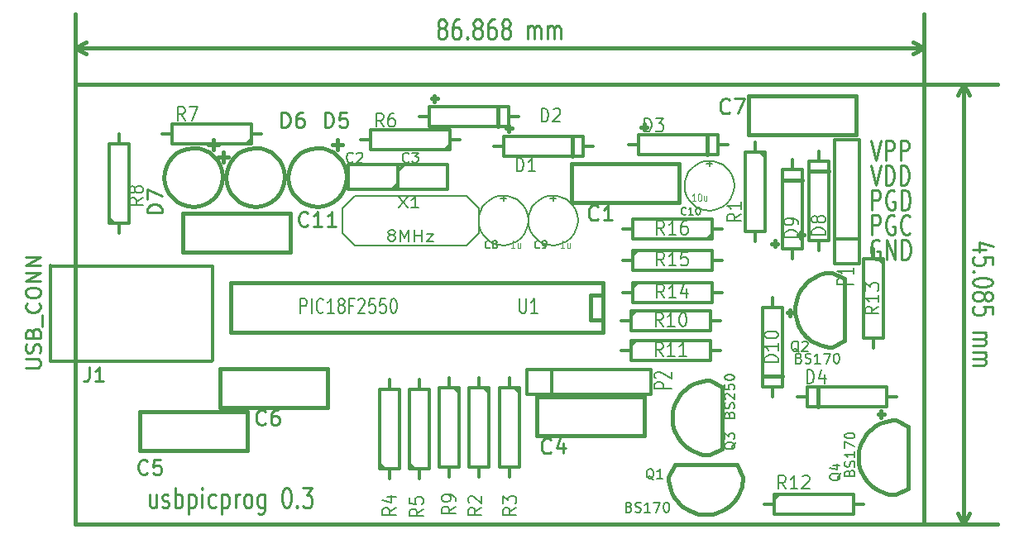
<source format=gto>
G04 (created by PCBNEW-RS274X (20100308 SVN-R2437)-RC5) date Tue 09 Mar 2010 02:26:17 PM CET*
G01*
G70*
G90*
%MOIN*%
G04 Gerber Fmt 3.4, Leading zero omitted, Abs format*
%FSLAX34Y34*%
G04 APERTURE LIST*
%ADD10C,0.006000*%
%ADD11C,0.010000*%
%ADD12C,0.015000*%
%ADD13C,0.005000*%
%ADD14C,0.012000*%
%ADD15C,0.006700*%
%ADD16C,0.007500*%
%ADD17C,0.004200*%
%ADD18C,0.007100*%
%ADD19C,0.008000*%
%ADD20C,0.009900*%
G04 APERTURE END LIST*
G54D10*
G54D11*
X15250Y-36540D02*
X15250Y-37074D01*
X14993Y-36540D02*
X14993Y-36960D01*
X15021Y-37036D01*
X15079Y-37074D01*
X15164Y-37074D01*
X15221Y-37036D01*
X15250Y-36998D01*
X15507Y-37036D02*
X15564Y-37074D01*
X15679Y-37074D01*
X15736Y-37036D01*
X15764Y-36960D01*
X15764Y-36921D01*
X15736Y-36845D01*
X15679Y-36807D01*
X15593Y-36807D01*
X15536Y-36769D01*
X15507Y-36693D01*
X15507Y-36655D01*
X15536Y-36579D01*
X15593Y-36540D01*
X15679Y-36540D01*
X15736Y-36579D01*
X16022Y-37074D02*
X16022Y-36274D01*
X16022Y-36579D02*
X16079Y-36540D01*
X16193Y-36540D01*
X16250Y-36579D01*
X16279Y-36617D01*
X16308Y-36693D01*
X16308Y-36921D01*
X16279Y-36998D01*
X16250Y-37036D01*
X16193Y-37074D01*
X16079Y-37074D01*
X16022Y-37036D01*
X16565Y-36540D02*
X16565Y-37340D01*
X16565Y-36579D02*
X16622Y-36540D01*
X16736Y-36540D01*
X16793Y-36579D01*
X16822Y-36617D01*
X16851Y-36693D01*
X16851Y-36921D01*
X16822Y-36998D01*
X16793Y-37036D01*
X16736Y-37074D01*
X16622Y-37074D01*
X16565Y-37036D01*
X17108Y-37074D02*
X17108Y-36540D01*
X17108Y-36274D02*
X17079Y-36312D01*
X17108Y-36350D01*
X17136Y-36312D01*
X17108Y-36274D01*
X17108Y-36350D01*
X17651Y-37036D02*
X17594Y-37074D01*
X17480Y-37074D01*
X17422Y-37036D01*
X17394Y-36998D01*
X17365Y-36921D01*
X17365Y-36693D01*
X17394Y-36617D01*
X17422Y-36579D01*
X17480Y-36540D01*
X17594Y-36540D01*
X17651Y-36579D01*
X17908Y-36540D02*
X17908Y-37340D01*
X17908Y-36579D02*
X17965Y-36540D01*
X18079Y-36540D01*
X18136Y-36579D01*
X18165Y-36617D01*
X18194Y-36693D01*
X18194Y-36921D01*
X18165Y-36998D01*
X18136Y-37036D01*
X18079Y-37074D01*
X17965Y-37074D01*
X17908Y-37036D01*
X18451Y-37074D02*
X18451Y-36540D01*
X18451Y-36693D02*
X18479Y-36617D01*
X18508Y-36579D01*
X18565Y-36540D01*
X18622Y-36540D01*
X18908Y-37074D02*
X18850Y-37036D01*
X18822Y-36998D01*
X18793Y-36921D01*
X18793Y-36693D01*
X18822Y-36617D01*
X18850Y-36579D01*
X18908Y-36540D01*
X18993Y-36540D01*
X19050Y-36579D01*
X19079Y-36617D01*
X19108Y-36693D01*
X19108Y-36921D01*
X19079Y-36998D01*
X19050Y-37036D01*
X18993Y-37074D01*
X18908Y-37074D01*
X19622Y-36540D02*
X19622Y-37188D01*
X19593Y-37264D01*
X19565Y-37302D01*
X19508Y-37340D01*
X19422Y-37340D01*
X19365Y-37302D01*
X19622Y-37036D02*
X19565Y-37074D01*
X19451Y-37074D01*
X19393Y-37036D01*
X19365Y-36998D01*
X19336Y-36921D01*
X19336Y-36693D01*
X19365Y-36617D01*
X19393Y-36579D01*
X19451Y-36540D01*
X19565Y-36540D01*
X19622Y-36579D01*
X20479Y-36274D02*
X20536Y-36274D01*
X20593Y-36312D01*
X20622Y-36350D01*
X20651Y-36426D01*
X20679Y-36579D01*
X20679Y-36769D01*
X20651Y-36921D01*
X20622Y-36998D01*
X20593Y-37036D01*
X20536Y-37074D01*
X20479Y-37074D01*
X20422Y-37036D01*
X20393Y-36998D01*
X20365Y-36921D01*
X20336Y-36769D01*
X20336Y-36579D01*
X20365Y-36426D01*
X20393Y-36350D01*
X20422Y-36312D01*
X20479Y-36274D01*
X20936Y-36998D02*
X20964Y-37036D01*
X20936Y-37074D01*
X20907Y-37036D01*
X20936Y-36998D01*
X20936Y-37074D01*
X21165Y-36274D02*
X21536Y-36274D01*
X21336Y-36579D01*
X21422Y-36579D01*
X21479Y-36617D01*
X21508Y-36655D01*
X21536Y-36731D01*
X21536Y-36921D01*
X21508Y-36998D01*
X21479Y-37036D01*
X21422Y-37074D01*
X21250Y-37074D01*
X21193Y-37036D01*
X21165Y-36998D01*
X48694Y-26676D02*
X48160Y-26676D01*
X48998Y-26533D02*
X48427Y-26390D01*
X48427Y-26762D01*
X48960Y-27276D02*
X48960Y-26990D01*
X48579Y-26961D01*
X48617Y-26990D01*
X48655Y-27047D01*
X48655Y-27190D01*
X48617Y-27247D01*
X48579Y-27276D01*
X48503Y-27304D01*
X48313Y-27304D01*
X48236Y-27276D01*
X48198Y-27247D01*
X48160Y-27190D01*
X48160Y-27047D01*
X48198Y-26990D01*
X48236Y-26961D01*
X48236Y-27561D02*
X48198Y-27589D01*
X48160Y-27561D01*
X48198Y-27532D01*
X48236Y-27561D01*
X48160Y-27561D01*
X48960Y-27961D02*
X48960Y-28018D01*
X48922Y-28075D01*
X48884Y-28104D01*
X48808Y-28133D01*
X48655Y-28161D01*
X48465Y-28161D01*
X48313Y-28133D01*
X48236Y-28104D01*
X48198Y-28075D01*
X48160Y-28018D01*
X48160Y-27961D01*
X48198Y-27904D01*
X48236Y-27875D01*
X48313Y-27847D01*
X48465Y-27818D01*
X48655Y-27818D01*
X48808Y-27847D01*
X48884Y-27875D01*
X48922Y-27904D01*
X48960Y-27961D01*
X48617Y-28504D02*
X48655Y-28446D01*
X48694Y-28418D01*
X48770Y-28389D01*
X48808Y-28389D01*
X48884Y-28418D01*
X48922Y-28446D01*
X48960Y-28504D01*
X48960Y-28618D01*
X48922Y-28675D01*
X48884Y-28704D01*
X48808Y-28732D01*
X48770Y-28732D01*
X48694Y-28704D01*
X48655Y-28675D01*
X48617Y-28618D01*
X48617Y-28504D01*
X48579Y-28446D01*
X48541Y-28418D01*
X48465Y-28389D01*
X48313Y-28389D01*
X48236Y-28418D01*
X48198Y-28446D01*
X48160Y-28504D01*
X48160Y-28618D01*
X48198Y-28675D01*
X48236Y-28704D01*
X48313Y-28732D01*
X48465Y-28732D01*
X48541Y-28704D01*
X48579Y-28675D01*
X48617Y-28618D01*
X48960Y-29275D02*
X48960Y-28989D01*
X48579Y-28960D01*
X48617Y-28989D01*
X48655Y-29046D01*
X48655Y-29189D01*
X48617Y-29246D01*
X48579Y-29275D01*
X48503Y-29303D01*
X48313Y-29303D01*
X48236Y-29275D01*
X48198Y-29246D01*
X48160Y-29189D01*
X48160Y-29046D01*
X48198Y-28989D01*
X48236Y-28960D01*
X48160Y-30017D02*
X48694Y-30017D01*
X48617Y-30017D02*
X48655Y-30045D01*
X48694Y-30103D01*
X48694Y-30188D01*
X48655Y-30245D01*
X48579Y-30274D01*
X48160Y-30274D01*
X48579Y-30274D02*
X48655Y-30303D01*
X48694Y-30360D01*
X48694Y-30445D01*
X48655Y-30503D01*
X48579Y-30531D01*
X48160Y-30531D01*
X48160Y-30817D02*
X48694Y-30817D01*
X48617Y-30817D02*
X48655Y-30845D01*
X48694Y-30903D01*
X48694Y-30988D01*
X48655Y-31045D01*
X48579Y-31074D01*
X48160Y-31074D01*
X48579Y-31074D02*
X48655Y-31103D01*
X48694Y-31160D01*
X48694Y-31245D01*
X48655Y-31303D01*
X48579Y-31331D01*
X48160Y-31331D01*
G54D12*
X47799Y-20000D02*
X47799Y-37750D01*
X46200Y-20000D02*
X49169Y-20000D01*
X46200Y-37750D02*
X49169Y-37750D01*
X47799Y-37750D02*
X47569Y-37307D01*
X47799Y-37750D02*
X48029Y-37307D01*
X47799Y-20000D02*
X47569Y-20443D01*
X47799Y-20000D02*
X48029Y-20443D01*
G54D11*
X26730Y-17733D02*
X26672Y-17695D01*
X26644Y-17656D01*
X26615Y-17580D01*
X26615Y-17542D01*
X26644Y-17466D01*
X26672Y-17428D01*
X26730Y-17390D01*
X26844Y-17390D01*
X26901Y-17428D01*
X26930Y-17466D01*
X26958Y-17542D01*
X26958Y-17580D01*
X26930Y-17656D01*
X26901Y-17695D01*
X26844Y-17733D01*
X26730Y-17733D01*
X26672Y-17771D01*
X26644Y-17809D01*
X26615Y-17885D01*
X26615Y-18037D01*
X26644Y-18114D01*
X26672Y-18152D01*
X26730Y-18190D01*
X26844Y-18190D01*
X26901Y-18152D01*
X26930Y-18114D01*
X26958Y-18037D01*
X26958Y-17885D01*
X26930Y-17809D01*
X26901Y-17771D01*
X26844Y-17733D01*
X27472Y-17390D02*
X27358Y-17390D01*
X27301Y-17428D01*
X27272Y-17466D01*
X27215Y-17580D01*
X27186Y-17733D01*
X27186Y-18037D01*
X27215Y-18114D01*
X27243Y-18152D01*
X27301Y-18190D01*
X27415Y-18190D01*
X27472Y-18152D01*
X27501Y-18114D01*
X27529Y-18037D01*
X27529Y-17847D01*
X27501Y-17771D01*
X27472Y-17733D01*
X27415Y-17695D01*
X27301Y-17695D01*
X27243Y-17733D01*
X27215Y-17771D01*
X27186Y-17847D01*
X27786Y-18114D02*
X27814Y-18152D01*
X27786Y-18190D01*
X27757Y-18152D01*
X27786Y-18114D01*
X27786Y-18190D01*
X28158Y-17733D02*
X28100Y-17695D01*
X28072Y-17656D01*
X28043Y-17580D01*
X28043Y-17542D01*
X28072Y-17466D01*
X28100Y-17428D01*
X28158Y-17390D01*
X28272Y-17390D01*
X28329Y-17428D01*
X28358Y-17466D01*
X28386Y-17542D01*
X28386Y-17580D01*
X28358Y-17656D01*
X28329Y-17695D01*
X28272Y-17733D01*
X28158Y-17733D01*
X28100Y-17771D01*
X28072Y-17809D01*
X28043Y-17885D01*
X28043Y-18037D01*
X28072Y-18114D01*
X28100Y-18152D01*
X28158Y-18190D01*
X28272Y-18190D01*
X28329Y-18152D01*
X28358Y-18114D01*
X28386Y-18037D01*
X28386Y-17885D01*
X28358Y-17809D01*
X28329Y-17771D01*
X28272Y-17733D01*
X28900Y-17390D02*
X28786Y-17390D01*
X28729Y-17428D01*
X28700Y-17466D01*
X28643Y-17580D01*
X28614Y-17733D01*
X28614Y-18037D01*
X28643Y-18114D01*
X28671Y-18152D01*
X28729Y-18190D01*
X28843Y-18190D01*
X28900Y-18152D01*
X28929Y-18114D01*
X28957Y-18037D01*
X28957Y-17847D01*
X28929Y-17771D01*
X28900Y-17733D01*
X28843Y-17695D01*
X28729Y-17695D01*
X28671Y-17733D01*
X28643Y-17771D01*
X28614Y-17847D01*
X29300Y-17733D02*
X29242Y-17695D01*
X29214Y-17656D01*
X29185Y-17580D01*
X29185Y-17542D01*
X29214Y-17466D01*
X29242Y-17428D01*
X29300Y-17390D01*
X29414Y-17390D01*
X29471Y-17428D01*
X29500Y-17466D01*
X29528Y-17542D01*
X29528Y-17580D01*
X29500Y-17656D01*
X29471Y-17695D01*
X29414Y-17733D01*
X29300Y-17733D01*
X29242Y-17771D01*
X29214Y-17809D01*
X29185Y-17885D01*
X29185Y-18037D01*
X29214Y-18114D01*
X29242Y-18152D01*
X29300Y-18190D01*
X29414Y-18190D01*
X29471Y-18152D01*
X29500Y-18114D01*
X29528Y-18037D01*
X29528Y-17885D01*
X29500Y-17809D01*
X29471Y-17771D01*
X29414Y-17733D01*
X30242Y-18190D02*
X30242Y-17656D01*
X30242Y-17733D02*
X30270Y-17695D01*
X30328Y-17656D01*
X30413Y-17656D01*
X30470Y-17695D01*
X30499Y-17771D01*
X30499Y-18190D01*
X30499Y-17771D02*
X30528Y-17695D01*
X30585Y-17656D01*
X30670Y-17656D01*
X30728Y-17695D01*
X30756Y-17771D01*
X30756Y-18190D01*
X31042Y-18190D02*
X31042Y-17656D01*
X31042Y-17733D02*
X31070Y-17695D01*
X31128Y-17656D01*
X31213Y-17656D01*
X31270Y-17695D01*
X31299Y-17771D01*
X31299Y-18190D01*
X31299Y-17771D02*
X31328Y-17695D01*
X31385Y-17656D01*
X31470Y-17656D01*
X31528Y-17695D01*
X31556Y-17771D01*
X31556Y-18190D01*
G54D12*
X12000Y-18551D02*
X46200Y-18551D01*
X12000Y-20000D02*
X12000Y-17181D01*
X46200Y-20000D02*
X46200Y-17181D01*
X46200Y-18551D02*
X45757Y-18781D01*
X46200Y-18551D02*
X45757Y-18321D01*
X12000Y-18551D02*
X12443Y-18781D01*
X12000Y-18551D02*
X12443Y-18321D01*
X45000Y-37750D02*
X46200Y-37750D01*
X46200Y-20000D02*
X46200Y-20050D01*
X45000Y-20000D02*
X46200Y-20000D01*
G54D11*
X44050Y-22274D02*
X44250Y-23074D01*
X44450Y-22274D01*
X44650Y-23074D02*
X44650Y-22274D01*
X44878Y-22274D01*
X44936Y-22312D01*
X44964Y-22350D01*
X44993Y-22426D01*
X44993Y-22540D01*
X44964Y-22617D01*
X44936Y-22655D01*
X44878Y-22693D01*
X44650Y-22693D01*
X45250Y-23074D02*
X45250Y-22274D01*
X45478Y-22274D01*
X45536Y-22312D01*
X45564Y-22350D01*
X45593Y-22426D01*
X45593Y-22540D01*
X45564Y-22617D01*
X45536Y-22655D01*
X45478Y-22693D01*
X45250Y-22693D01*
X44050Y-23274D02*
X44250Y-24074D01*
X44450Y-23274D01*
X44650Y-24074D02*
X44650Y-23274D01*
X44793Y-23274D01*
X44878Y-23312D01*
X44936Y-23388D01*
X44964Y-23464D01*
X44993Y-23617D01*
X44993Y-23731D01*
X44964Y-23883D01*
X44936Y-23960D01*
X44878Y-24036D01*
X44793Y-24074D01*
X44650Y-24074D01*
X45250Y-24074D02*
X45250Y-23274D01*
X45393Y-23274D01*
X45478Y-23312D01*
X45536Y-23388D01*
X45564Y-23464D01*
X45593Y-23617D01*
X45593Y-23731D01*
X45564Y-23883D01*
X45536Y-23960D01*
X45478Y-24036D01*
X45393Y-24074D01*
X45250Y-24074D01*
X44093Y-25074D02*
X44093Y-24274D01*
X44321Y-24274D01*
X44379Y-24312D01*
X44407Y-24350D01*
X44436Y-24426D01*
X44436Y-24540D01*
X44407Y-24617D01*
X44379Y-24655D01*
X44321Y-24693D01*
X44093Y-24693D01*
X45007Y-24312D02*
X44950Y-24274D01*
X44864Y-24274D01*
X44779Y-24312D01*
X44721Y-24388D01*
X44693Y-24464D01*
X44664Y-24617D01*
X44664Y-24731D01*
X44693Y-24883D01*
X44721Y-24960D01*
X44779Y-25036D01*
X44864Y-25074D01*
X44921Y-25074D01*
X45007Y-25036D01*
X45036Y-24998D01*
X45036Y-24731D01*
X44921Y-24731D01*
X45293Y-25074D02*
X45293Y-24274D01*
X45436Y-24274D01*
X45521Y-24312D01*
X45579Y-24388D01*
X45607Y-24464D01*
X45636Y-24617D01*
X45636Y-24731D01*
X45607Y-24883D01*
X45579Y-24960D01*
X45521Y-25036D01*
X45436Y-25074D01*
X45293Y-25074D01*
X44093Y-26074D02*
X44093Y-25274D01*
X44321Y-25274D01*
X44379Y-25312D01*
X44407Y-25350D01*
X44436Y-25426D01*
X44436Y-25540D01*
X44407Y-25617D01*
X44379Y-25655D01*
X44321Y-25693D01*
X44093Y-25693D01*
X45007Y-25312D02*
X44950Y-25274D01*
X44864Y-25274D01*
X44779Y-25312D01*
X44721Y-25388D01*
X44693Y-25464D01*
X44664Y-25617D01*
X44664Y-25731D01*
X44693Y-25883D01*
X44721Y-25960D01*
X44779Y-26036D01*
X44864Y-26074D01*
X44921Y-26074D01*
X45007Y-26036D01*
X45036Y-25998D01*
X45036Y-25731D01*
X44921Y-25731D01*
X45636Y-25998D02*
X45607Y-26036D01*
X45521Y-26074D01*
X45464Y-26074D01*
X45379Y-26036D01*
X45321Y-25960D01*
X45293Y-25883D01*
X45264Y-25731D01*
X45264Y-25617D01*
X45293Y-25464D01*
X45321Y-25388D01*
X45379Y-25312D01*
X45464Y-25274D01*
X45521Y-25274D01*
X45607Y-25312D01*
X45636Y-25350D01*
X44393Y-26312D02*
X44336Y-26274D01*
X44250Y-26274D01*
X44165Y-26312D01*
X44107Y-26388D01*
X44079Y-26464D01*
X44050Y-26617D01*
X44050Y-26731D01*
X44079Y-26883D01*
X44107Y-26960D01*
X44165Y-27036D01*
X44250Y-27074D01*
X44307Y-27074D01*
X44393Y-27036D01*
X44422Y-26998D01*
X44422Y-26731D01*
X44307Y-26731D01*
X44679Y-27074D02*
X44679Y-26274D01*
X45022Y-27074D01*
X45022Y-26274D01*
X45308Y-27074D02*
X45308Y-26274D01*
X45451Y-26274D01*
X45536Y-26312D01*
X45594Y-26388D01*
X45622Y-26464D01*
X45651Y-26617D01*
X45651Y-26731D01*
X45622Y-26883D01*
X45594Y-26960D01*
X45536Y-27036D01*
X45451Y-27074D01*
X45308Y-27074D01*
G54D12*
X44250Y-37750D02*
X45000Y-37750D01*
X44250Y-20000D02*
X45000Y-20000D01*
X46200Y-37750D02*
X46200Y-20000D01*
X12000Y-37750D02*
X44250Y-37750D01*
X12000Y-20000D02*
X12000Y-37750D01*
X44250Y-20000D02*
X12000Y-20000D01*
X37550Y-31950D02*
X38050Y-32200D01*
X38050Y-32200D02*
X38050Y-34700D01*
X38050Y-34700D02*
X37550Y-34950D01*
X36050Y-33450D02*
X36056Y-33580D01*
X36073Y-33710D01*
X36102Y-33838D01*
X36141Y-33963D01*
X36191Y-34083D01*
X36251Y-34199D01*
X36322Y-34310D01*
X36401Y-34414D01*
X36490Y-34510D01*
X36586Y-34599D01*
X36690Y-34678D01*
X36801Y-34749D01*
X36917Y-34809D01*
X37037Y-34859D01*
X37162Y-34898D01*
X37290Y-34927D01*
X37420Y-34944D01*
X37550Y-34950D01*
X37550Y-31950D02*
X37420Y-31956D01*
X37290Y-31973D01*
X37162Y-32002D01*
X37037Y-32041D01*
X36917Y-32091D01*
X36801Y-32151D01*
X36690Y-32222D01*
X36586Y-32301D01*
X36490Y-32390D01*
X36401Y-32486D01*
X36322Y-32590D01*
X36251Y-32701D01*
X36191Y-32817D01*
X36141Y-32937D01*
X36102Y-33062D01*
X36073Y-33190D01*
X36056Y-33320D01*
X36050Y-33450D01*
X35900Y-35850D02*
X36150Y-35350D01*
X36150Y-35350D02*
X38650Y-35350D01*
X38650Y-35350D02*
X38900Y-35850D01*
X37400Y-37350D02*
X37530Y-37344D01*
X37660Y-37327D01*
X37788Y-37298D01*
X37913Y-37259D01*
X38033Y-37209D01*
X38150Y-37149D01*
X38260Y-37078D01*
X38364Y-36999D01*
X38460Y-36910D01*
X38549Y-36814D01*
X38628Y-36710D01*
X38699Y-36599D01*
X38759Y-36483D01*
X38809Y-36363D01*
X38848Y-36238D01*
X38877Y-36110D01*
X38894Y-35980D01*
X38900Y-35850D01*
X35900Y-35850D02*
X35906Y-35980D01*
X35923Y-36110D01*
X35952Y-36238D01*
X35991Y-36363D01*
X36041Y-36483D01*
X36101Y-36599D01*
X36172Y-36710D01*
X36251Y-36814D01*
X36340Y-36910D01*
X36436Y-36999D01*
X36540Y-37078D01*
X36651Y-37149D01*
X36767Y-37209D01*
X36887Y-37259D01*
X37012Y-37298D01*
X37140Y-37327D01*
X37270Y-37344D01*
X37400Y-37350D01*
X42500Y-27600D02*
X43000Y-27850D01*
X43000Y-27850D02*
X43000Y-30350D01*
X43000Y-30350D02*
X42500Y-30600D01*
X41000Y-29100D02*
X41006Y-29230D01*
X41023Y-29360D01*
X41052Y-29488D01*
X41091Y-29613D01*
X41141Y-29733D01*
X41201Y-29849D01*
X41272Y-29960D01*
X41351Y-30064D01*
X41440Y-30160D01*
X41536Y-30249D01*
X41640Y-30328D01*
X41751Y-30399D01*
X41867Y-30459D01*
X41987Y-30509D01*
X42112Y-30548D01*
X42240Y-30577D01*
X42370Y-30594D01*
X42500Y-30600D01*
X42500Y-27600D02*
X42370Y-27606D01*
X42240Y-27623D01*
X42112Y-27652D01*
X41987Y-27691D01*
X41867Y-27741D01*
X41751Y-27801D01*
X41640Y-27872D01*
X41536Y-27951D01*
X41440Y-28040D01*
X41351Y-28136D01*
X41272Y-28240D01*
X41201Y-28351D01*
X41141Y-28467D01*
X41091Y-28587D01*
X41052Y-28712D01*
X41023Y-28840D01*
X41006Y-28970D01*
X41000Y-29100D01*
X33250Y-30000D02*
X18250Y-30000D01*
X18250Y-30000D02*
X18250Y-28000D01*
X18250Y-28000D02*
X33250Y-28000D01*
X33250Y-28000D02*
X33250Y-30000D01*
X33250Y-29500D02*
X32750Y-29500D01*
X32750Y-29500D02*
X32750Y-28500D01*
X32750Y-28500D02*
X33250Y-28500D01*
G54D13*
X38551Y-24100D02*
X38531Y-24294D01*
X38475Y-24481D01*
X38383Y-24653D01*
X38260Y-24805D01*
X38109Y-24929D01*
X37937Y-25022D01*
X37751Y-25080D01*
X37556Y-25100D01*
X37363Y-25083D01*
X37176Y-25028D01*
X37002Y-24937D01*
X36850Y-24815D01*
X36725Y-24665D01*
X36630Y-24494D01*
X36571Y-24308D01*
X36550Y-24113D01*
X36566Y-23920D01*
X36620Y-23732D01*
X36709Y-23558D01*
X36830Y-23405D01*
X36979Y-23279D01*
X37150Y-23183D01*
X37336Y-23123D01*
X37530Y-23100D01*
X37723Y-23115D01*
X37911Y-23167D01*
X38086Y-23255D01*
X38240Y-23376D01*
X38367Y-23523D01*
X38464Y-23693D01*
X38526Y-23879D01*
X38550Y-24073D01*
X38551Y-24100D01*
X32251Y-25500D02*
X32231Y-25694D01*
X32175Y-25881D01*
X32083Y-26053D01*
X31960Y-26205D01*
X31809Y-26329D01*
X31637Y-26422D01*
X31451Y-26480D01*
X31256Y-26500D01*
X31063Y-26483D01*
X30876Y-26428D01*
X30702Y-26337D01*
X30550Y-26215D01*
X30425Y-26065D01*
X30330Y-25894D01*
X30271Y-25708D01*
X30250Y-25513D01*
X30266Y-25320D01*
X30320Y-25132D01*
X30409Y-24958D01*
X30530Y-24805D01*
X30679Y-24679D01*
X30850Y-24583D01*
X31036Y-24523D01*
X31230Y-24500D01*
X31423Y-24515D01*
X31611Y-24567D01*
X31786Y-24655D01*
X31940Y-24776D01*
X32067Y-24923D01*
X32164Y-25093D01*
X32226Y-25279D01*
X32250Y-25473D01*
X32251Y-25500D01*
X30251Y-25500D02*
X30231Y-25694D01*
X30175Y-25881D01*
X30083Y-26053D01*
X29960Y-26205D01*
X29809Y-26329D01*
X29637Y-26422D01*
X29451Y-26480D01*
X29256Y-26500D01*
X29063Y-26483D01*
X28876Y-26428D01*
X28702Y-26337D01*
X28550Y-26215D01*
X28425Y-26065D01*
X28330Y-25894D01*
X28271Y-25708D01*
X28250Y-25513D01*
X28266Y-25320D01*
X28320Y-25132D01*
X28409Y-24958D01*
X28530Y-24805D01*
X28679Y-24679D01*
X28850Y-24583D01*
X29036Y-24523D01*
X29230Y-24500D01*
X29423Y-24515D01*
X29611Y-24567D01*
X29786Y-24655D01*
X29940Y-24776D01*
X30067Y-24923D01*
X30164Y-25093D01*
X30226Y-25279D01*
X30250Y-25473D01*
X30251Y-25500D01*
G54D10*
X22750Y-25000D02*
X23250Y-24500D01*
X27750Y-24500D02*
X28250Y-25000D01*
X28250Y-26000D02*
X27750Y-26500D01*
X22750Y-26000D02*
X23250Y-26500D01*
X23250Y-24500D02*
X27750Y-24500D01*
X22750Y-25000D02*
X22750Y-26000D01*
X23250Y-26500D02*
X27750Y-26500D01*
X28250Y-26000D02*
X28250Y-25000D01*
G54D14*
X30200Y-32500D02*
X30200Y-31500D01*
X30200Y-31500D02*
X35200Y-31500D01*
X35200Y-31500D02*
X35200Y-32500D01*
X35200Y-32500D02*
X30200Y-32500D01*
X31200Y-32500D02*
X31200Y-31500D01*
X43600Y-27250D02*
X42600Y-27250D01*
X42600Y-27250D02*
X42600Y-22250D01*
X42600Y-22250D02*
X43600Y-22250D01*
X43600Y-22250D02*
X43600Y-27250D01*
X43600Y-26250D02*
X42600Y-26250D01*
G54D12*
X31985Y-23213D02*
X36315Y-23213D01*
X36315Y-23213D02*
X36315Y-24787D01*
X36315Y-24787D02*
X31985Y-24787D01*
X31985Y-24787D02*
X31985Y-23213D01*
X34915Y-34187D02*
X30585Y-34187D01*
X30585Y-34187D02*
X30585Y-32613D01*
X30585Y-32613D02*
X34915Y-32613D01*
X34915Y-32613D02*
X34915Y-34187D01*
X18915Y-34787D02*
X14585Y-34787D01*
X14585Y-34787D02*
X14585Y-33213D01*
X14585Y-33213D02*
X18915Y-33213D01*
X18915Y-33213D02*
X18915Y-34787D01*
X22173Y-33037D02*
X17843Y-33037D01*
X17843Y-33037D02*
X17843Y-31463D01*
X17843Y-31463D02*
X22173Y-31463D01*
X22173Y-31463D02*
X22173Y-33037D01*
X43465Y-22037D02*
X39135Y-22037D01*
X39135Y-22037D02*
X39135Y-20463D01*
X39135Y-20463D02*
X43465Y-20463D01*
X43465Y-20463D02*
X43465Y-22037D01*
X16335Y-25213D02*
X20665Y-25213D01*
X20665Y-25213D02*
X20665Y-26787D01*
X20665Y-26787D02*
X16335Y-26787D01*
X16335Y-26787D02*
X16335Y-25213D01*
X29025Y-20900D02*
X29025Y-21700D01*
X26472Y-20591D02*
X26472Y-20709D01*
X26472Y-20591D02*
X26472Y-20473D01*
X26433Y-20591D02*
X26354Y-20591D01*
X26433Y-20591D02*
X26590Y-20591D01*
G54D14*
X25850Y-21300D02*
X26250Y-21300D01*
X26250Y-21300D02*
X26250Y-20900D01*
X26250Y-20900D02*
X29450Y-20900D01*
X29450Y-20900D02*
X29450Y-21700D01*
X29450Y-21700D02*
X26250Y-21700D01*
X26250Y-21700D02*
X26250Y-21300D01*
X29850Y-21300D02*
X29450Y-21300D01*
G54D12*
X32025Y-22100D02*
X32025Y-22900D01*
X29472Y-21791D02*
X29472Y-21909D01*
X29472Y-21791D02*
X29472Y-21673D01*
X29433Y-21791D02*
X29354Y-21791D01*
X29433Y-21791D02*
X29590Y-21791D01*
G54D14*
X28850Y-22500D02*
X29250Y-22500D01*
X29250Y-22500D02*
X29250Y-22100D01*
X29250Y-22100D02*
X32450Y-22100D01*
X32450Y-22100D02*
X32450Y-22900D01*
X32450Y-22900D02*
X29250Y-22900D01*
X29250Y-22900D02*
X29250Y-22500D01*
X32850Y-22500D02*
X32450Y-22500D01*
G54D12*
X37475Y-22050D02*
X37475Y-22850D01*
X34922Y-21741D02*
X34922Y-21859D01*
X34922Y-21741D02*
X34922Y-21623D01*
X34883Y-21741D02*
X34804Y-21741D01*
X34883Y-21741D02*
X35040Y-21741D01*
G54D14*
X34300Y-22450D02*
X34700Y-22450D01*
X34700Y-22450D02*
X34700Y-22050D01*
X34700Y-22050D02*
X37900Y-22050D01*
X37900Y-22050D02*
X37900Y-22850D01*
X37900Y-22850D02*
X34700Y-22850D01*
X34700Y-22850D02*
X34700Y-22450D01*
X38300Y-22450D02*
X37900Y-22450D01*
G54D12*
X41925Y-33000D02*
X41925Y-32200D01*
X44478Y-33309D02*
X44478Y-33191D01*
X44478Y-33309D02*
X44478Y-33427D01*
X44517Y-33309D02*
X44596Y-33309D01*
X44517Y-33309D02*
X44360Y-33309D01*
G54D14*
X45100Y-32600D02*
X44700Y-32600D01*
X44700Y-32600D02*
X44700Y-33000D01*
X44700Y-33000D02*
X41500Y-33000D01*
X41500Y-33000D02*
X41500Y-32200D01*
X41500Y-32200D02*
X44700Y-32200D01*
X44700Y-32200D02*
X44700Y-32600D01*
X41100Y-32600D02*
X41500Y-32600D01*
G54D12*
X22931Y-23750D02*
X22908Y-23979D01*
X22841Y-24200D01*
X22733Y-24403D01*
X22588Y-24582D01*
X22410Y-24729D01*
X22207Y-24838D01*
X21987Y-24906D01*
X21758Y-24930D01*
X21529Y-24910D01*
X21308Y-24845D01*
X21104Y-24738D01*
X20924Y-24593D01*
X20776Y-24417D01*
X20665Y-24215D01*
X20595Y-23995D01*
X20570Y-23766D01*
X20589Y-23537D01*
X20652Y-23316D01*
X20758Y-23111D01*
X20901Y-22930D01*
X21076Y-22781D01*
X21278Y-22668D01*
X21497Y-22597D01*
X21726Y-22570D01*
X21955Y-22587D01*
X22177Y-22649D01*
X22382Y-22753D01*
X22564Y-22895D01*
X22715Y-23070D01*
X22828Y-23270D01*
X22901Y-23489D01*
X22930Y-23718D01*
X22931Y-23750D01*
X22548Y-22253D02*
X22548Y-22653D01*
X22748Y-22453D02*
X22348Y-22453D01*
X20431Y-23750D02*
X20408Y-23979D01*
X20341Y-24200D01*
X20233Y-24403D01*
X20088Y-24582D01*
X19910Y-24729D01*
X19707Y-24838D01*
X19487Y-24906D01*
X19258Y-24930D01*
X19029Y-24910D01*
X18808Y-24845D01*
X18604Y-24738D01*
X18424Y-24593D01*
X18276Y-24417D01*
X18165Y-24215D01*
X18095Y-23995D01*
X18070Y-23766D01*
X18089Y-23537D01*
X18152Y-23316D01*
X18258Y-23111D01*
X18401Y-22930D01*
X18576Y-22781D01*
X18778Y-22668D01*
X18997Y-22597D01*
X19226Y-22570D01*
X19455Y-22587D01*
X19677Y-22649D01*
X19882Y-22753D01*
X20064Y-22895D01*
X20215Y-23070D01*
X20328Y-23270D01*
X20401Y-23489D01*
X20430Y-23718D01*
X20431Y-23750D01*
X17753Y-22952D02*
X18153Y-22952D01*
X17953Y-22752D02*
X17953Y-23152D01*
X17931Y-23750D02*
X17908Y-23979D01*
X17841Y-24200D01*
X17733Y-24403D01*
X17588Y-24582D01*
X17410Y-24729D01*
X17207Y-24838D01*
X16987Y-24906D01*
X16758Y-24930D01*
X16529Y-24910D01*
X16308Y-24845D01*
X16104Y-24738D01*
X15924Y-24593D01*
X15776Y-24417D01*
X15665Y-24215D01*
X15595Y-23995D01*
X15570Y-23766D01*
X15589Y-23537D01*
X15652Y-23316D01*
X15758Y-23111D01*
X15901Y-22930D01*
X16076Y-22781D01*
X16278Y-22668D01*
X16497Y-22597D01*
X16726Y-22570D01*
X16955Y-22587D01*
X17177Y-22649D01*
X17382Y-22753D01*
X17564Y-22895D01*
X17715Y-23070D01*
X17828Y-23270D01*
X17901Y-23489D01*
X17930Y-23718D01*
X17931Y-23750D01*
X17548Y-22253D02*
X17548Y-22653D01*
X17748Y-22453D02*
X17348Y-22453D01*
X41550Y-23525D02*
X42350Y-23525D01*
X41241Y-26078D02*
X41359Y-26078D01*
X41241Y-26078D02*
X41123Y-26078D01*
X41241Y-26117D02*
X41241Y-26196D01*
X41241Y-26117D02*
X41241Y-25960D01*
G54D14*
X41950Y-26700D02*
X41950Y-26300D01*
X41950Y-26300D02*
X41550Y-26300D01*
X41550Y-26300D02*
X41550Y-23100D01*
X41550Y-23100D02*
X42350Y-23100D01*
X42350Y-23100D02*
X42350Y-26300D01*
X42350Y-26300D02*
X41950Y-26300D01*
X41950Y-22700D02*
X41950Y-23100D01*
G54D12*
X40500Y-23875D02*
X41300Y-23875D01*
X40191Y-26428D02*
X40309Y-26428D01*
X40191Y-26428D02*
X40073Y-26428D01*
X40191Y-26467D02*
X40191Y-26546D01*
X40191Y-26467D02*
X40191Y-26310D01*
G54D14*
X40900Y-27050D02*
X40900Y-26650D01*
X40900Y-26650D02*
X40500Y-26650D01*
X40500Y-26650D02*
X40500Y-23450D01*
X40500Y-23450D02*
X41300Y-23450D01*
X41300Y-23450D02*
X41300Y-26650D01*
X41300Y-26650D02*
X40900Y-26650D01*
X40900Y-23050D02*
X40900Y-23450D01*
X11000Y-27322D02*
X11004Y-31186D01*
X11004Y-31186D02*
X17504Y-31186D01*
X17520Y-31154D02*
X17520Y-27330D01*
X17520Y-27330D02*
X10992Y-27330D01*
X24980Y-24250D02*
X23000Y-24250D01*
X23000Y-24250D02*
X23000Y-23250D01*
X23000Y-23250D02*
X25000Y-23250D01*
X25000Y-23250D02*
X25000Y-24250D01*
X25000Y-24000D02*
X24750Y-24250D01*
X25020Y-23250D02*
X27000Y-23250D01*
X27000Y-23250D02*
X27000Y-24250D01*
X27000Y-24250D02*
X25000Y-24250D01*
X25000Y-24250D02*
X25000Y-23250D01*
X25000Y-23500D02*
X25250Y-23250D01*
X39400Y-22350D02*
X39400Y-22750D01*
X39400Y-22750D02*
X39800Y-22750D01*
X39800Y-22750D02*
X39800Y-25950D01*
X39800Y-25950D02*
X39000Y-25950D01*
X39000Y-25950D02*
X39000Y-22750D01*
X39000Y-22750D02*
X39400Y-22750D01*
X39600Y-22750D02*
X39800Y-22950D01*
X39400Y-26350D02*
X39400Y-25950D01*
X28250Y-31850D02*
X28250Y-32250D01*
X28250Y-32250D02*
X28650Y-32250D01*
X28650Y-32250D02*
X28650Y-35450D01*
X28650Y-35450D02*
X27850Y-35450D01*
X27850Y-35450D02*
X27850Y-32250D01*
X27850Y-32250D02*
X28250Y-32250D01*
X28450Y-32250D02*
X28650Y-32450D01*
X28250Y-35850D02*
X28250Y-35450D01*
X29500Y-31850D02*
X29500Y-32250D01*
X29500Y-32250D02*
X29900Y-32250D01*
X29900Y-32250D02*
X29900Y-35450D01*
X29900Y-35450D02*
X29100Y-35450D01*
X29100Y-35450D02*
X29100Y-32250D01*
X29100Y-32250D02*
X29500Y-32250D01*
X29700Y-32250D02*
X29900Y-32450D01*
X29500Y-35850D02*
X29500Y-35450D01*
X24650Y-35900D02*
X24650Y-35500D01*
X24650Y-35500D02*
X24250Y-35500D01*
X24250Y-35500D02*
X24250Y-32300D01*
X24250Y-32300D02*
X25050Y-32300D01*
X25050Y-32300D02*
X25050Y-35500D01*
X25050Y-35500D02*
X24650Y-35500D01*
X24450Y-35500D02*
X24250Y-35300D01*
X24650Y-31900D02*
X24650Y-32300D01*
X25850Y-35900D02*
X25850Y-35500D01*
X25850Y-35500D02*
X25450Y-35500D01*
X25450Y-35500D02*
X25450Y-32300D01*
X25450Y-32300D02*
X26250Y-32300D01*
X26250Y-32300D02*
X26250Y-35500D01*
X26250Y-35500D02*
X25850Y-35500D01*
X25650Y-35500D02*
X25450Y-35300D01*
X25850Y-31900D02*
X25850Y-32300D01*
X27500Y-22250D02*
X27100Y-22250D01*
X27100Y-22250D02*
X27100Y-22650D01*
X27100Y-22650D02*
X23900Y-22650D01*
X23900Y-22650D02*
X23900Y-21850D01*
X23900Y-21850D02*
X27100Y-21850D01*
X27100Y-21850D02*
X27100Y-22250D01*
X27100Y-22450D02*
X26900Y-22650D01*
X23500Y-22250D02*
X23900Y-22250D01*
X19500Y-22000D02*
X19100Y-22000D01*
X19100Y-22000D02*
X19100Y-22400D01*
X19100Y-22400D02*
X15900Y-22400D01*
X15900Y-22400D02*
X15900Y-21600D01*
X15900Y-21600D02*
X19100Y-21600D01*
X19100Y-21600D02*
X19100Y-22000D01*
X19100Y-22200D02*
X18900Y-22400D01*
X15500Y-22000D02*
X15900Y-22000D01*
X13750Y-26000D02*
X13750Y-25600D01*
X13750Y-25600D02*
X13350Y-25600D01*
X13350Y-25600D02*
X13350Y-22400D01*
X13350Y-22400D02*
X14150Y-22400D01*
X14150Y-22400D02*
X14150Y-25600D01*
X14150Y-25600D02*
X13750Y-25600D01*
X13550Y-25600D02*
X13350Y-25400D01*
X13750Y-22000D02*
X13750Y-22400D01*
X27050Y-31850D02*
X27050Y-32250D01*
X27050Y-32250D02*
X27450Y-32250D01*
X27450Y-32250D02*
X27450Y-35450D01*
X27450Y-35450D02*
X26650Y-35450D01*
X26650Y-35450D02*
X26650Y-32250D01*
X26650Y-32250D02*
X27050Y-32250D01*
X27250Y-32250D02*
X27450Y-32450D01*
X27050Y-35850D02*
X27050Y-35450D01*
X34000Y-29550D02*
X34400Y-29550D01*
X34400Y-29550D02*
X34400Y-29150D01*
X34400Y-29150D02*
X37600Y-29150D01*
X37600Y-29150D02*
X37600Y-29950D01*
X37600Y-29950D02*
X34400Y-29950D01*
X34400Y-29950D02*
X34400Y-29550D01*
X34400Y-29350D02*
X34600Y-29150D01*
X38000Y-29550D02*
X37600Y-29550D01*
X34000Y-30750D02*
X34400Y-30750D01*
X34400Y-30750D02*
X34400Y-30350D01*
X34400Y-30350D02*
X37600Y-30350D01*
X37600Y-30350D02*
X37600Y-31150D01*
X37600Y-31150D02*
X34400Y-31150D01*
X34400Y-31150D02*
X34400Y-30750D01*
X34400Y-30550D02*
X34600Y-30350D01*
X38000Y-30750D02*
X37600Y-30750D01*
G54D12*
X40500Y-31775D02*
X39700Y-31775D01*
X40809Y-29222D02*
X40691Y-29222D01*
X40809Y-29222D02*
X40927Y-29222D01*
X40809Y-29183D02*
X40809Y-29104D01*
X40809Y-29183D02*
X40809Y-29340D01*
G54D14*
X40100Y-28600D02*
X40100Y-29000D01*
X40100Y-29000D02*
X40500Y-29000D01*
X40500Y-29000D02*
X40500Y-32200D01*
X40500Y-32200D02*
X39700Y-32200D01*
X39700Y-32200D02*
X39700Y-29000D01*
X39700Y-29000D02*
X40100Y-29000D01*
X40100Y-32600D02*
X40100Y-32200D01*
X38050Y-25850D02*
X37650Y-25850D01*
X37650Y-25850D02*
X37650Y-26250D01*
X37650Y-26250D02*
X34450Y-26250D01*
X34450Y-26250D02*
X34450Y-25450D01*
X34450Y-25450D02*
X37650Y-25450D01*
X37650Y-25450D02*
X37650Y-25850D01*
X37650Y-26050D02*
X37450Y-26250D01*
X34050Y-25850D02*
X34450Y-25850D01*
X34050Y-27100D02*
X34450Y-27100D01*
X34450Y-27100D02*
X34450Y-26700D01*
X34450Y-26700D02*
X37650Y-26700D01*
X37650Y-26700D02*
X37650Y-27500D01*
X37650Y-27500D02*
X34450Y-27500D01*
X34450Y-27500D02*
X34450Y-27100D01*
X34450Y-26900D02*
X34650Y-26700D01*
X38050Y-27100D02*
X37650Y-27100D01*
X34050Y-28400D02*
X34450Y-28400D01*
X34450Y-28400D02*
X34450Y-28000D01*
X34450Y-28000D02*
X37650Y-28000D01*
X37650Y-28000D02*
X37650Y-28800D01*
X37650Y-28800D02*
X34450Y-28800D01*
X34450Y-28800D02*
X34450Y-28400D01*
X34450Y-28200D02*
X34650Y-28000D01*
X38050Y-28400D02*
X37650Y-28400D01*
X44150Y-26650D02*
X44150Y-27050D01*
X44150Y-27050D02*
X44550Y-27050D01*
X44550Y-27050D02*
X44550Y-30250D01*
X44550Y-30250D02*
X43750Y-30250D01*
X43750Y-30250D02*
X43750Y-27050D01*
X43750Y-27050D02*
X44150Y-27050D01*
X44350Y-27050D02*
X44550Y-27250D01*
X44150Y-30650D02*
X44150Y-30250D01*
X39750Y-36950D02*
X40150Y-36950D01*
X40150Y-36950D02*
X40150Y-36550D01*
X40150Y-36550D02*
X43350Y-36550D01*
X43350Y-36550D02*
X43350Y-37350D01*
X43350Y-37350D02*
X40150Y-37350D01*
X40150Y-37350D02*
X40150Y-36950D01*
X40150Y-36750D02*
X40350Y-36550D01*
X43750Y-36950D02*
X43350Y-36950D01*
G54D12*
X45050Y-33550D02*
X45550Y-33800D01*
X45550Y-33800D02*
X45550Y-36300D01*
X45550Y-36300D02*
X45050Y-36550D01*
X43550Y-35050D02*
X43556Y-35180D01*
X43573Y-35310D01*
X43602Y-35438D01*
X43641Y-35563D01*
X43691Y-35683D01*
X43751Y-35799D01*
X43822Y-35910D01*
X43901Y-36014D01*
X43990Y-36110D01*
X44086Y-36199D01*
X44190Y-36278D01*
X44301Y-36349D01*
X44417Y-36409D01*
X44537Y-36459D01*
X44662Y-36498D01*
X44790Y-36527D01*
X44920Y-36544D01*
X45050Y-36550D01*
X45050Y-33550D02*
X44920Y-33556D01*
X44790Y-33573D01*
X44662Y-33602D01*
X44537Y-33641D01*
X44417Y-33691D01*
X44301Y-33751D01*
X44190Y-33822D01*
X44086Y-33901D01*
X43990Y-33990D01*
X43901Y-34086D01*
X43822Y-34190D01*
X43751Y-34301D01*
X43691Y-34417D01*
X43641Y-34537D01*
X43602Y-34662D01*
X43573Y-34790D01*
X43556Y-34920D01*
X43550Y-35050D01*
G54D15*
X38600Y-34438D02*
X38581Y-34476D01*
X38543Y-34514D01*
X38486Y-34571D01*
X38467Y-34610D01*
X38467Y-34648D01*
X38562Y-34629D02*
X38543Y-34667D01*
X38505Y-34705D01*
X38429Y-34724D01*
X38295Y-34724D01*
X38219Y-34705D01*
X38181Y-34667D01*
X38162Y-34629D01*
X38162Y-34552D01*
X38181Y-34514D01*
X38219Y-34476D01*
X38295Y-34457D01*
X38429Y-34457D01*
X38505Y-34476D01*
X38543Y-34514D01*
X38562Y-34552D01*
X38562Y-34629D01*
X38162Y-34324D02*
X38162Y-34076D01*
X38314Y-34210D01*
X38314Y-34152D01*
X38333Y-34114D01*
X38352Y-34095D01*
X38390Y-34076D01*
X38486Y-34076D01*
X38524Y-34095D01*
X38543Y-34114D01*
X38562Y-34152D01*
X38562Y-34267D01*
X38543Y-34305D01*
X38524Y-34324D01*
X38352Y-33333D02*
X38371Y-33276D01*
X38390Y-33257D01*
X38429Y-33238D01*
X38486Y-33238D01*
X38524Y-33257D01*
X38543Y-33276D01*
X38562Y-33314D01*
X38562Y-33467D01*
X38162Y-33467D01*
X38162Y-33333D01*
X38181Y-33295D01*
X38200Y-33276D01*
X38238Y-33257D01*
X38276Y-33257D01*
X38314Y-33276D01*
X38333Y-33295D01*
X38352Y-33333D01*
X38352Y-33467D01*
X38543Y-33086D02*
X38562Y-33029D01*
X38562Y-32933D01*
X38543Y-32895D01*
X38524Y-32876D01*
X38486Y-32857D01*
X38448Y-32857D01*
X38410Y-32876D01*
X38390Y-32895D01*
X38371Y-32933D01*
X38352Y-33010D01*
X38333Y-33048D01*
X38314Y-33067D01*
X38276Y-33086D01*
X38238Y-33086D01*
X38200Y-33067D01*
X38181Y-33048D01*
X38162Y-33010D01*
X38162Y-32914D01*
X38181Y-32857D01*
X38200Y-32705D02*
X38181Y-32686D01*
X38162Y-32648D01*
X38162Y-32552D01*
X38181Y-32514D01*
X38200Y-32495D01*
X38238Y-32476D01*
X38276Y-32476D01*
X38333Y-32495D01*
X38562Y-32724D01*
X38562Y-32476D01*
X38162Y-32114D02*
X38162Y-32305D01*
X38352Y-32324D01*
X38333Y-32305D01*
X38314Y-32267D01*
X38314Y-32171D01*
X38333Y-32133D01*
X38352Y-32114D01*
X38390Y-32095D01*
X38486Y-32095D01*
X38524Y-32114D01*
X38543Y-32133D01*
X38562Y-32171D01*
X38562Y-32267D01*
X38543Y-32305D01*
X38524Y-32324D01*
X38162Y-31848D02*
X38162Y-31809D01*
X38181Y-31771D01*
X38200Y-31752D01*
X38238Y-31733D01*
X38314Y-31714D01*
X38410Y-31714D01*
X38486Y-31733D01*
X38524Y-31752D01*
X38543Y-31771D01*
X38562Y-31809D01*
X38562Y-31848D01*
X38543Y-31886D01*
X38524Y-31905D01*
X38486Y-31924D01*
X38410Y-31943D01*
X38314Y-31943D01*
X38238Y-31924D01*
X38200Y-31905D01*
X38181Y-31886D01*
X38162Y-31848D01*
X35312Y-35950D02*
X35274Y-35931D01*
X35236Y-35893D01*
X35179Y-35836D01*
X35140Y-35817D01*
X35102Y-35817D01*
X35121Y-35912D02*
X35083Y-35893D01*
X35045Y-35855D01*
X35026Y-35779D01*
X35026Y-35645D01*
X35045Y-35569D01*
X35083Y-35531D01*
X35121Y-35512D01*
X35198Y-35512D01*
X35236Y-35531D01*
X35274Y-35569D01*
X35293Y-35645D01*
X35293Y-35779D01*
X35274Y-35855D01*
X35236Y-35893D01*
X35198Y-35912D01*
X35121Y-35912D01*
X35674Y-35912D02*
X35445Y-35912D01*
X35559Y-35912D02*
X35559Y-35512D01*
X35521Y-35569D01*
X35483Y-35607D01*
X35445Y-35626D01*
X34317Y-37052D02*
X34374Y-37071D01*
X34393Y-37090D01*
X34412Y-37129D01*
X34412Y-37186D01*
X34393Y-37224D01*
X34374Y-37243D01*
X34336Y-37262D01*
X34183Y-37262D01*
X34183Y-36862D01*
X34317Y-36862D01*
X34355Y-36881D01*
X34374Y-36900D01*
X34393Y-36938D01*
X34393Y-36976D01*
X34374Y-37014D01*
X34355Y-37033D01*
X34317Y-37052D01*
X34183Y-37052D01*
X34564Y-37243D02*
X34621Y-37262D01*
X34717Y-37262D01*
X34755Y-37243D01*
X34774Y-37224D01*
X34793Y-37186D01*
X34793Y-37148D01*
X34774Y-37110D01*
X34755Y-37090D01*
X34717Y-37071D01*
X34640Y-37052D01*
X34602Y-37033D01*
X34583Y-37014D01*
X34564Y-36976D01*
X34564Y-36938D01*
X34583Y-36900D01*
X34602Y-36881D01*
X34640Y-36862D01*
X34736Y-36862D01*
X34793Y-36881D01*
X35174Y-37262D02*
X34945Y-37262D01*
X35059Y-37262D02*
X35059Y-36862D01*
X35021Y-36919D01*
X34983Y-36957D01*
X34945Y-36976D01*
X35307Y-36862D02*
X35574Y-36862D01*
X35402Y-37262D01*
X35802Y-36862D02*
X35841Y-36862D01*
X35879Y-36881D01*
X35898Y-36900D01*
X35917Y-36938D01*
X35936Y-37014D01*
X35936Y-37110D01*
X35917Y-37186D01*
X35898Y-37224D01*
X35879Y-37243D01*
X35841Y-37262D01*
X35802Y-37262D01*
X35764Y-37243D01*
X35745Y-37224D01*
X35726Y-37186D01*
X35707Y-37110D01*
X35707Y-37014D01*
X35726Y-36938D01*
X35745Y-36900D01*
X35764Y-36881D01*
X35802Y-36862D01*
X41162Y-30800D02*
X41124Y-30781D01*
X41086Y-30743D01*
X41029Y-30686D01*
X40990Y-30667D01*
X40952Y-30667D01*
X40971Y-30762D02*
X40933Y-30743D01*
X40895Y-30705D01*
X40876Y-30629D01*
X40876Y-30495D01*
X40895Y-30419D01*
X40933Y-30381D01*
X40971Y-30362D01*
X41048Y-30362D01*
X41086Y-30381D01*
X41124Y-30419D01*
X41143Y-30495D01*
X41143Y-30629D01*
X41124Y-30705D01*
X41086Y-30743D01*
X41048Y-30762D01*
X40971Y-30762D01*
X41295Y-30400D02*
X41314Y-30381D01*
X41352Y-30362D01*
X41448Y-30362D01*
X41486Y-30381D01*
X41505Y-30400D01*
X41524Y-30438D01*
X41524Y-30476D01*
X41505Y-30533D01*
X41276Y-30762D01*
X41524Y-30762D01*
X41167Y-31052D02*
X41224Y-31071D01*
X41243Y-31090D01*
X41262Y-31129D01*
X41262Y-31186D01*
X41243Y-31224D01*
X41224Y-31243D01*
X41186Y-31262D01*
X41033Y-31262D01*
X41033Y-30862D01*
X41167Y-30862D01*
X41205Y-30881D01*
X41224Y-30900D01*
X41243Y-30938D01*
X41243Y-30976D01*
X41224Y-31014D01*
X41205Y-31033D01*
X41167Y-31052D01*
X41033Y-31052D01*
X41414Y-31243D02*
X41471Y-31262D01*
X41567Y-31262D01*
X41605Y-31243D01*
X41624Y-31224D01*
X41643Y-31186D01*
X41643Y-31148D01*
X41624Y-31110D01*
X41605Y-31090D01*
X41567Y-31071D01*
X41490Y-31052D01*
X41452Y-31033D01*
X41433Y-31014D01*
X41414Y-30976D01*
X41414Y-30938D01*
X41433Y-30900D01*
X41452Y-30881D01*
X41490Y-30862D01*
X41586Y-30862D01*
X41643Y-30881D01*
X42024Y-31262D02*
X41795Y-31262D01*
X41909Y-31262D02*
X41909Y-30862D01*
X41871Y-30919D01*
X41833Y-30957D01*
X41795Y-30976D01*
X42157Y-30862D02*
X42424Y-30862D01*
X42252Y-31262D01*
X42652Y-30862D02*
X42691Y-30862D01*
X42729Y-30881D01*
X42748Y-30900D01*
X42767Y-30938D01*
X42786Y-31014D01*
X42786Y-31110D01*
X42767Y-31186D01*
X42748Y-31224D01*
X42729Y-31243D01*
X42691Y-31262D01*
X42652Y-31262D01*
X42614Y-31243D01*
X42595Y-31224D01*
X42576Y-31186D01*
X42557Y-31110D01*
X42557Y-31014D01*
X42576Y-30938D01*
X42595Y-30900D01*
X42614Y-30881D01*
X42652Y-30862D01*
G54D16*
X29907Y-28643D02*
X29907Y-29129D01*
X29929Y-29186D01*
X29950Y-29214D01*
X29993Y-29243D01*
X30079Y-29243D01*
X30121Y-29214D01*
X30143Y-29186D01*
X30164Y-29129D01*
X30164Y-28643D01*
X30614Y-29243D02*
X30357Y-29243D01*
X30485Y-29243D02*
X30485Y-28643D01*
X30442Y-28729D01*
X30400Y-28786D01*
X30357Y-28814D01*
X21070Y-29243D02*
X21070Y-28643D01*
X21242Y-28643D01*
X21284Y-28671D01*
X21306Y-28700D01*
X21327Y-28757D01*
X21327Y-28843D01*
X21306Y-28900D01*
X21284Y-28929D01*
X21242Y-28957D01*
X21070Y-28957D01*
X21520Y-29243D02*
X21520Y-28643D01*
X21991Y-29186D02*
X21970Y-29214D01*
X21906Y-29243D01*
X21863Y-29243D01*
X21798Y-29214D01*
X21756Y-29157D01*
X21734Y-29100D01*
X21713Y-28986D01*
X21713Y-28900D01*
X21734Y-28786D01*
X21756Y-28729D01*
X21798Y-28671D01*
X21863Y-28643D01*
X21906Y-28643D01*
X21970Y-28671D01*
X21991Y-28700D01*
X22420Y-29243D02*
X22163Y-29243D01*
X22291Y-29243D02*
X22291Y-28643D01*
X22248Y-28729D01*
X22206Y-28786D01*
X22163Y-28814D01*
X22677Y-28900D02*
X22635Y-28871D01*
X22613Y-28843D01*
X22592Y-28786D01*
X22592Y-28757D01*
X22613Y-28700D01*
X22635Y-28671D01*
X22677Y-28643D01*
X22763Y-28643D01*
X22806Y-28671D01*
X22827Y-28700D01*
X22849Y-28757D01*
X22849Y-28786D01*
X22827Y-28843D01*
X22806Y-28871D01*
X22763Y-28900D01*
X22677Y-28900D01*
X22635Y-28929D01*
X22613Y-28957D01*
X22592Y-29014D01*
X22592Y-29129D01*
X22613Y-29186D01*
X22635Y-29214D01*
X22677Y-29243D01*
X22763Y-29243D01*
X22806Y-29214D01*
X22827Y-29186D01*
X22849Y-29129D01*
X22849Y-29014D01*
X22827Y-28957D01*
X22806Y-28929D01*
X22763Y-28900D01*
X23192Y-28929D02*
X23042Y-28929D01*
X23042Y-29243D02*
X23042Y-28643D01*
X23256Y-28643D01*
X23407Y-28700D02*
X23428Y-28671D01*
X23471Y-28643D01*
X23578Y-28643D01*
X23621Y-28671D01*
X23642Y-28700D01*
X23664Y-28757D01*
X23664Y-28814D01*
X23642Y-28900D01*
X23385Y-29243D01*
X23664Y-29243D01*
X24071Y-28643D02*
X23857Y-28643D01*
X23836Y-28929D01*
X23857Y-28900D01*
X23900Y-28871D01*
X24007Y-28871D01*
X24050Y-28900D01*
X24071Y-28929D01*
X24093Y-28986D01*
X24093Y-29129D01*
X24071Y-29186D01*
X24050Y-29214D01*
X24007Y-29243D01*
X23900Y-29243D01*
X23857Y-29214D01*
X23836Y-29186D01*
X24500Y-28643D02*
X24286Y-28643D01*
X24265Y-28929D01*
X24286Y-28900D01*
X24329Y-28871D01*
X24436Y-28871D01*
X24479Y-28900D01*
X24500Y-28929D01*
X24522Y-28986D01*
X24522Y-29129D01*
X24500Y-29186D01*
X24479Y-29214D01*
X24436Y-29243D01*
X24329Y-29243D01*
X24286Y-29214D01*
X24265Y-29186D01*
X24801Y-28643D02*
X24844Y-28643D01*
X24887Y-28671D01*
X24908Y-28700D01*
X24929Y-28757D01*
X24951Y-28871D01*
X24951Y-29014D01*
X24929Y-29129D01*
X24908Y-29186D01*
X24887Y-29214D01*
X24844Y-29243D01*
X24801Y-29243D01*
X24758Y-29214D01*
X24737Y-29186D01*
X24715Y-29129D01*
X24694Y-29014D01*
X24694Y-28871D01*
X24715Y-28757D01*
X24737Y-28700D01*
X24758Y-28671D01*
X24801Y-28643D01*
G54D13*
X36607Y-25243D02*
X36593Y-25257D01*
X36550Y-25271D01*
X36521Y-25271D01*
X36478Y-25257D01*
X36450Y-25229D01*
X36435Y-25200D01*
X36421Y-25143D01*
X36421Y-25100D01*
X36435Y-25043D01*
X36450Y-25014D01*
X36478Y-24986D01*
X36521Y-24971D01*
X36550Y-24971D01*
X36593Y-24986D01*
X36607Y-25000D01*
X36893Y-25271D02*
X36721Y-25271D01*
X36807Y-25271D02*
X36807Y-24971D01*
X36778Y-25014D01*
X36750Y-25043D01*
X36721Y-25057D01*
X37079Y-24971D02*
X37107Y-24971D01*
X37136Y-24986D01*
X37150Y-25000D01*
X37164Y-25029D01*
X37179Y-25086D01*
X37179Y-25157D01*
X37164Y-25214D01*
X37150Y-25243D01*
X37136Y-25257D01*
X37107Y-25271D01*
X37079Y-25271D01*
X37050Y-25257D01*
X37036Y-25243D01*
X37021Y-25214D01*
X37007Y-25157D01*
X37007Y-25086D01*
X37021Y-25029D01*
X37036Y-25000D01*
X37050Y-24986D01*
X37079Y-24971D01*
G54D17*
X36989Y-24721D02*
X36847Y-24721D01*
X36918Y-24721D02*
X36918Y-24421D01*
X36894Y-24464D01*
X36870Y-24493D01*
X36847Y-24507D01*
X37144Y-24421D02*
X37168Y-24421D01*
X37192Y-24436D01*
X37204Y-24450D01*
X37216Y-24479D01*
X37227Y-24536D01*
X37227Y-24607D01*
X37216Y-24664D01*
X37204Y-24693D01*
X37192Y-24707D01*
X37168Y-24721D01*
X37144Y-24721D01*
X37120Y-24707D01*
X37108Y-24693D01*
X37097Y-24664D01*
X37085Y-24607D01*
X37085Y-24536D01*
X37097Y-24479D01*
X37108Y-24450D01*
X37120Y-24436D01*
X37144Y-24421D01*
X37442Y-24521D02*
X37442Y-24721D01*
X37335Y-24521D02*
X37335Y-24679D01*
X37346Y-24707D01*
X37370Y-24721D01*
X37406Y-24721D01*
X37430Y-24707D01*
X37442Y-24693D01*
G54D13*
X37557Y-23314D02*
X37557Y-23085D01*
X37671Y-23199D02*
X37443Y-23199D01*
X30700Y-26593D02*
X30686Y-26607D01*
X30643Y-26621D01*
X30614Y-26621D01*
X30571Y-26607D01*
X30543Y-26579D01*
X30528Y-26550D01*
X30514Y-26493D01*
X30514Y-26450D01*
X30528Y-26393D01*
X30543Y-26364D01*
X30571Y-26336D01*
X30614Y-26321D01*
X30643Y-26321D01*
X30686Y-26336D01*
X30700Y-26350D01*
X30843Y-26621D02*
X30900Y-26621D01*
X30928Y-26607D01*
X30943Y-26593D01*
X30971Y-26550D01*
X30986Y-26493D01*
X30986Y-26379D01*
X30971Y-26350D01*
X30957Y-26336D01*
X30928Y-26321D01*
X30871Y-26321D01*
X30843Y-26336D01*
X30828Y-26350D01*
X30814Y-26379D01*
X30814Y-26450D01*
X30828Y-26479D01*
X30843Y-26493D01*
X30871Y-26507D01*
X30928Y-26507D01*
X30957Y-26493D01*
X30971Y-26479D01*
X30986Y-26450D01*
G54D17*
X31708Y-26621D02*
X31566Y-26621D01*
X31637Y-26621D02*
X31637Y-26321D01*
X31613Y-26364D01*
X31589Y-26393D01*
X31566Y-26407D01*
X31923Y-26421D02*
X31923Y-26621D01*
X31816Y-26421D02*
X31816Y-26579D01*
X31827Y-26607D01*
X31851Y-26621D01*
X31887Y-26621D01*
X31911Y-26607D01*
X31923Y-26593D01*
G54D13*
X31257Y-24714D02*
X31257Y-24485D01*
X31371Y-24599D02*
X31143Y-24599D01*
X28700Y-26593D02*
X28686Y-26607D01*
X28643Y-26621D01*
X28614Y-26621D01*
X28571Y-26607D01*
X28543Y-26579D01*
X28528Y-26550D01*
X28514Y-26493D01*
X28514Y-26450D01*
X28528Y-26393D01*
X28543Y-26364D01*
X28571Y-26336D01*
X28614Y-26321D01*
X28643Y-26321D01*
X28686Y-26336D01*
X28700Y-26350D01*
X28871Y-26450D02*
X28843Y-26436D01*
X28828Y-26421D01*
X28814Y-26393D01*
X28814Y-26379D01*
X28828Y-26350D01*
X28843Y-26336D01*
X28871Y-26321D01*
X28928Y-26321D01*
X28957Y-26336D01*
X28971Y-26350D01*
X28986Y-26379D01*
X28986Y-26393D01*
X28971Y-26421D01*
X28957Y-26436D01*
X28928Y-26450D01*
X28871Y-26450D01*
X28843Y-26464D01*
X28828Y-26479D01*
X28814Y-26507D01*
X28814Y-26564D01*
X28828Y-26593D01*
X28843Y-26607D01*
X28871Y-26621D01*
X28928Y-26621D01*
X28957Y-26607D01*
X28971Y-26593D01*
X28986Y-26564D01*
X28986Y-26507D01*
X28971Y-26479D01*
X28957Y-26464D01*
X28928Y-26450D01*
G54D17*
X29708Y-26621D02*
X29566Y-26621D01*
X29637Y-26621D02*
X29637Y-26321D01*
X29613Y-26364D01*
X29589Y-26393D01*
X29566Y-26407D01*
X29923Y-26421D02*
X29923Y-26621D01*
X29816Y-26421D02*
X29816Y-26579D01*
X29827Y-26607D01*
X29851Y-26621D01*
X29887Y-26621D01*
X29911Y-26607D01*
X29923Y-26593D01*
G54D13*
X29257Y-24714D02*
X29257Y-24485D01*
X29371Y-24599D02*
X29143Y-24599D01*
G54D10*
X25045Y-24532D02*
X25379Y-24982D01*
X25379Y-24532D02*
X25045Y-24982D01*
X25831Y-24982D02*
X25545Y-24982D01*
X25688Y-24982D02*
X25688Y-24532D01*
X25640Y-24596D01*
X25593Y-24639D01*
X25545Y-24661D01*
X24702Y-26075D02*
X24655Y-26054D01*
X24631Y-26032D01*
X24607Y-25989D01*
X24607Y-25968D01*
X24631Y-25925D01*
X24655Y-25904D01*
X24702Y-25882D01*
X24798Y-25882D01*
X24845Y-25904D01*
X24869Y-25925D01*
X24893Y-25968D01*
X24893Y-25989D01*
X24869Y-26032D01*
X24845Y-26054D01*
X24798Y-26075D01*
X24702Y-26075D01*
X24655Y-26096D01*
X24631Y-26118D01*
X24607Y-26161D01*
X24607Y-26246D01*
X24631Y-26289D01*
X24655Y-26311D01*
X24702Y-26332D01*
X24798Y-26332D01*
X24845Y-26311D01*
X24869Y-26289D01*
X24893Y-26246D01*
X24893Y-26161D01*
X24869Y-26118D01*
X24845Y-26096D01*
X24798Y-26075D01*
X25107Y-26332D02*
X25107Y-25882D01*
X25274Y-26204D01*
X25440Y-25882D01*
X25440Y-26332D01*
X25678Y-26332D02*
X25678Y-25882D01*
X25678Y-26096D02*
X25964Y-26096D01*
X25964Y-26332D02*
X25964Y-25882D01*
X26154Y-26032D02*
X26416Y-26032D01*
X26154Y-26332D01*
X26416Y-26332D01*
G54D18*
X36025Y-32266D02*
X35344Y-32266D01*
X35344Y-32103D01*
X35377Y-32062D01*
X35409Y-32042D01*
X35474Y-32022D01*
X35571Y-32022D01*
X35636Y-32042D01*
X35668Y-32062D01*
X35701Y-32103D01*
X35701Y-32266D01*
X35409Y-31858D02*
X35377Y-31838D01*
X35344Y-31797D01*
X35344Y-31695D01*
X35377Y-31655D01*
X35409Y-31634D01*
X35474Y-31614D01*
X35539Y-31614D01*
X35636Y-31634D01*
X36025Y-31879D01*
X36025Y-31614D01*
X43375Y-28066D02*
X42694Y-28066D01*
X42694Y-27903D01*
X42727Y-27862D01*
X42759Y-27842D01*
X42824Y-27822D01*
X42921Y-27822D01*
X42986Y-27842D01*
X43018Y-27862D01*
X43051Y-27903D01*
X43051Y-28066D01*
X43375Y-27414D02*
X43375Y-27658D01*
X43375Y-27536D02*
X42694Y-27536D01*
X42791Y-27577D01*
X42856Y-27618D01*
X42889Y-27658D01*
G54D11*
X33051Y-25436D02*
X33022Y-25464D01*
X32936Y-25493D01*
X32879Y-25493D01*
X32794Y-25464D01*
X32736Y-25407D01*
X32708Y-25350D01*
X32679Y-25236D01*
X32679Y-25150D01*
X32708Y-25036D01*
X32736Y-24979D01*
X32794Y-24921D01*
X32879Y-24893D01*
X32936Y-24893D01*
X33022Y-24921D01*
X33051Y-24950D01*
X33622Y-25493D02*
X33279Y-25493D01*
X33451Y-25493D02*
X33451Y-24893D01*
X33394Y-24979D01*
X33336Y-25036D01*
X33279Y-25064D01*
X31151Y-34836D02*
X31122Y-34864D01*
X31036Y-34893D01*
X30979Y-34893D01*
X30894Y-34864D01*
X30836Y-34807D01*
X30808Y-34750D01*
X30779Y-34636D01*
X30779Y-34550D01*
X30808Y-34436D01*
X30836Y-34379D01*
X30894Y-34321D01*
X30979Y-34293D01*
X31036Y-34293D01*
X31122Y-34321D01*
X31151Y-34350D01*
X31665Y-34493D02*
X31665Y-34893D01*
X31522Y-34264D02*
X31379Y-34693D01*
X31751Y-34693D01*
X14901Y-35686D02*
X14872Y-35714D01*
X14786Y-35743D01*
X14729Y-35743D01*
X14644Y-35714D01*
X14586Y-35657D01*
X14558Y-35600D01*
X14529Y-35486D01*
X14529Y-35400D01*
X14558Y-35286D01*
X14586Y-35229D01*
X14644Y-35171D01*
X14729Y-35143D01*
X14786Y-35143D01*
X14872Y-35171D01*
X14901Y-35200D01*
X15444Y-35143D02*
X15158Y-35143D01*
X15129Y-35429D01*
X15158Y-35400D01*
X15215Y-35371D01*
X15358Y-35371D01*
X15415Y-35400D01*
X15444Y-35429D01*
X15472Y-35486D01*
X15472Y-35629D01*
X15444Y-35686D01*
X15415Y-35714D01*
X15358Y-35743D01*
X15215Y-35743D01*
X15158Y-35714D01*
X15129Y-35686D01*
X19651Y-33686D02*
X19622Y-33714D01*
X19536Y-33743D01*
X19479Y-33743D01*
X19394Y-33714D01*
X19336Y-33657D01*
X19308Y-33600D01*
X19279Y-33486D01*
X19279Y-33400D01*
X19308Y-33286D01*
X19336Y-33229D01*
X19394Y-33171D01*
X19479Y-33143D01*
X19536Y-33143D01*
X19622Y-33171D01*
X19651Y-33200D01*
X20165Y-33143D02*
X20051Y-33143D01*
X19994Y-33171D01*
X19965Y-33200D01*
X19908Y-33286D01*
X19879Y-33400D01*
X19879Y-33629D01*
X19908Y-33686D01*
X19936Y-33714D01*
X19994Y-33743D01*
X20108Y-33743D01*
X20165Y-33714D01*
X20194Y-33686D01*
X20222Y-33629D01*
X20222Y-33486D01*
X20194Y-33429D01*
X20165Y-33400D01*
X20108Y-33371D01*
X19994Y-33371D01*
X19936Y-33400D01*
X19908Y-33429D01*
X19879Y-33486D01*
X38351Y-21136D02*
X38322Y-21164D01*
X38236Y-21193D01*
X38179Y-21193D01*
X38094Y-21164D01*
X38036Y-21107D01*
X38008Y-21050D01*
X37979Y-20936D01*
X37979Y-20850D01*
X38008Y-20736D01*
X38036Y-20679D01*
X38094Y-20621D01*
X38179Y-20593D01*
X38236Y-20593D01*
X38322Y-20621D01*
X38351Y-20650D01*
X38551Y-20593D02*
X38951Y-20593D01*
X38694Y-21193D01*
X21365Y-25686D02*
X21336Y-25714D01*
X21250Y-25743D01*
X21193Y-25743D01*
X21108Y-25714D01*
X21050Y-25657D01*
X21022Y-25600D01*
X20993Y-25486D01*
X20993Y-25400D01*
X21022Y-25286D01*
X21050Y-25229D01*
X21108Y-25171D01*
X21193Y-25143D01*
X21250Y-25143D01*
X21336Y-25171D01*
X21365Y-25200D01*
X21936Y-25743D02*
X21593Y-25743D01*
X21765Y-25743D02*
X21765Y-25143D01*
X21708Y-25229D01*
X21650Y-25286D01*
X21593Y-25314D01*
X22507Y-25743D02*
X22164Y-25743D01*
X22336Y-25743D02*
X22336Y-25143D01*
X22279Y-25229D01*
X22221Y-25286D01*
X22164Y-25314D01*
G54D19*
X29781Y-23523D02*
X29781Y-22973D01*
X29900Y-22973D01*
X29972Y-22999D01*
X30019Y-23051D01*
X30043Y-23104D01*
X30067Y-23208D01*
X30067Y-23287D01*
X30043Y-23392D01*
X30019Y-23444D01*
X29972Y-23496D01*
X29900Y-23523D01*
X29781Y-23523D01*
X30543Y-23523D02*
X30257Y-23523D01*
X30400Y-23523D02*
X30400Y-22973D01*
X30352Y-23051D01*
X30305Y-23104D01*
X30257Y-23130D01*
X30781Y-21523D02*
X30781Y-20973D01*
X30900Y-20973D01*
X30972Y-20999D01*
X31019Y-21051D01*
X31043Y-21104D01*
X31067Y-21208D01*
X31067Y-21287D01*
X31043Y-21392D01*
X31019Y-21444D01*
X30972Y-21496D01*
X30900Y-21523D01*
X30781Y-21523D01*
X31257Y-21025D02*
X31281Y-20999D01*
X31329Y-20973D01*
X31448Y-20973D01*
X31495Y-20999D01*
X31519Y-21025D01*
X31543Y-21077D01*
X31543Y-21130D01*
X31519Y-21208D01*
X31233Y-21523D01*
X31543Y-21523D01*
X34931Y-21923D02*
X34931Y-21373D01*
X35050Y-21373D01*
X35122Y-21399D01*
X35169Y-21451D01*
X35193Y-21504D01*
X35217Y-21608D01*
X35217Y-21687D01*
X35193Y-21792D01*
X35169Y-21844D01*
X35122Y-21896D01*
X35050Y-21923D01*
X34931Y-21923D01*
X35383Y-21373D02*
X35693Y-21373D01*
X35526Y-21582D01*
X35598Y-21582D01*
X35645Y-21608D01*
X35669Y-21635D01*
X35693Y-21687D01*
X35693Y-21818D01*
X35669Y-21870D01*
X35645Y-21896D01*
X35598Y-21923D01*
X35455Y-21923D01*
X35407Y-21896D01*
X35383Y-21870D01*
X41481Y-32073D02*
X41481Y-31523D01*
X41600Y-31523D01*
X41672Y-31549D01*
X41719Y-31601D01*
X41743Y-31654D01*
X41767Y-31758D01*
X41767Y-31837D01*
X41743Y-31942D01*
X41719Y-31994D01*
X41672Y-32046D01*
X41600Y-32073D01*
X41481Y-32073D01*
X42195Y-31706D02*
X42195Y-32073D01*
X42076Y-31496D02*
X41957Y-31889D01*
X42267Y-31889D01*
G54D11*
X22058Y-21743D02*
X22058Y-21143D01*
X22201Y-21143D01*
X22286Y-21171D01*
X22344Y-21229D01*
X22372Y-21286D01*
X22401Y-21400D01*
X22401Y-21486D01*
X22372Y-21600D01*
X22344Y-21657D01*
X22286Y-21714D01*
X22201Y-21743D01*
X22058Y-21743D01*
X22944Y-21143D02*
X22658Y-21143D01*
X22629Y-21429D01*
X22658Y-21400D01*
X22715Y-21371D01*
X22858Y-21371D01*
X22915Y-21400D01*
X22944Y-21429D01*
X22972Y-21486D01*
X22972Y-21629D01*
X22944Y-21686D01*
X22915Y-21714D01*
X22858Y-21743D01*
X22715Y-21743D01*
X22658Y-21714D01*
X22629Y-21686D01*
X20308Y-21743D02*
X20308Y-21143D01*
X20451Y-21143D01*
X20536Y-21171D01*
X20594Y-21229D01*
X20622Y-21286D01*
X20651Y-21400D01*
X20651Y-21486D01*
X20622Y-21600D01*
X20594Y-21657D01*
X20536Y-21714D01*
X20451Y-21743D01*
X20308Y-21743D01*
X21165Y-21143D02*
X21051Y-21143D01*
X20994Y-21171D01*
X20965Y-21200D01*
X20908Y-21286D01*
X20879Y-21400D01*
X20879Y-21629D01*
X20908Y-21686D01*
X20936Y-21714D01*
X20994Y-21743D01*
X21108Y-21743D01*
X21165Y-21714D01*
X21194Y-21686D01*
X21222Y-21629D01*
X21222Y-21486D01*
X21194Y-21429D01*
X21165Y-21400D01*
X21108Y-21371D01*
X20994Y-21371D01*
X20936Y-21400D01*
X20908Y-21429D01*
X20879Y-21486D01*
X15493Y-25192D02*
X14893Y-25192D01*
X14893Y-25049D01*
X14921Y-24964D01*
X14979Y-24906D01*
X15036Y-24878D01*
X15150Y-24849D01*
X15236Y-24849D01*
X15350Y-24878D01*
X15407Y-24906D01*
X15464Y-24964D01*
X15493Y-25049D01*
X15493Y-25192D01*
X14893Y-24649D02*
X14893Y-24249D01*
X15493Y-24506D01*
G54D19*
X42223Y-26069D02*
X41673Y-26069D01*
X41673Y-25950D01*
X41699Y-25878D01*
X41751Y-25831D01*
X41804Y-25807D01*
X41908Y-25783D01*
X41987Y-25783D01*
X42092Y-25807D01*
X42144Y-25831D01*
X42196Y-25878D01*
X42223Y-25950D01*
X42223Y-26069D01*
X41908Y-25498D02*
X41882Y-25545D01*
X41856Y-25569D01*
X41804Y-25593D01*
X41777Y-25593D01*
X41725Y-25569D01*
X41699Y-25545D01*
X41673Y-25498D01*
X41673Y-25402D01*
X41699Y-25355D01*
X41725Y-25331D01*
X41777Y-25307D01*
X41804Y-25307D01*
X41856Y-25331D01*
X41882Y-25355D01*
X41908Y-25402D01*
X41908Y-25498D01*
X41935Y-25545D01*
X41961Y-25569D01*
X42013Y-25593D01*
X42118Y-25593D01*
X42170Y-25569D01*
X42196Y-25545D01*
X42223Y-25498D01*
X42223Y-25402D01*
X42196Y-25355D01*
X42170Y-25331D01*
X42118Y-25307D01*
X42013Y-25307D01*
X41961Y-25331D01*
X41935Y-25355D01*
X41908Y-25402D01*
X41123Y-26169D02*
X40573Y-26169D01*
X40573Y-26050D01*
X40599Y-25978D01*
X40651Y-25931D01*
X40704Y-25907D01*
X40808Y-25883D01*
X40887Y-25883D01*
X40992Y-25907D01*
X41044Y-25931D01*
X41096Y-25978D01*
X41123Y-26050D01*
X41123Y-26169D01*
X41123Y-25645D02*
X41123Y-25550D01*
X41096Y-25502D01*
X41070Y-25478D01*
X40992Y-25431D01*
X40887Y-25407D01*
X40677Y-25407D01*
X40625Y-25431D01*
X40599Y-25455D01*
X40573Y-25502D01*
X40573Y-25598D01*
X40599Y-25645D01*
X40625Y-25669D01*
X40677Y-25693D01*
X40808Y-25693D01*
X40861Y-25669D01*
X40887Y-25645D01*
X40913Y-25598D01*
X40913Y-25502D01*
X40887Y-25455D01*
X40861Y-25431D01*
X40808Y-25407D01*
G54D20*
X12554Y-31398D02*
X12554Y-31820D01*
X12525Y-31904D01*
X12469Y-31961D01*
X12385Y-31989D01*
X12328Y-31989D01*
X13144Y-31989D02*
X12807Y-31989D01*
X12975Y-31989D02*
X12975Y-31398D01*
X12919Y-31482D01*
X12863Y-31538D01*
X12807Y-31567D01*
G54D11*
X09995Y-31431D02*
X10481Y-31431D01*
X10538Y-31403D01*
X10566Y-31374D01*
X10595Y-31317D01*
X10595Y-31203D01*
X10566Y-31145D01*
X10538Y-31117D01*
X10481Y-31088D01*
X09995Y-31088D01*
X10566Y-30831D02*
X10595Y-30745D01*
X10595Y-30602D01*
X10566Y-30545D01*
X10538Y-30516D01*
X10481Y-30488D01*
X10423Y-30488D01*
X10366Y-30516D01*
X10338Y-30545D01*
X10309Y-30602D01*
X10281Y-30716D01*
X10252Y-30774D01*
X10223Y-30802D01*
X10166Y-30831D01*
X10109Y-30831D01*
X10052Y-30802D01*
X10023Y-30774D01*
X09995Y-30716D01*
X09995Y-30574D01*
X10023Y-30488D01*
X10281Y-30031D02*
X10309Y-29945D01*
X10338Y-29917D01*
X10395Y-29888D01*
X10481Y-29888D01*
X10538Y-29917D01*
X10566Y-29945D01*
X10595Y-30003D01*
X10595Y-30231D01*
X09995Y-30231D01*
X09995Y-30031D01*
X10023Y-29974D01*
X10052Y-29945D01*
X10109Y-29917D01*
X10166Y-29917D01*
X10223Y-29945D01*
X10252Y-29974D01*
X10281Y-30031D01*
X10281Y-30231D01*
X10652Y-29774D02*
X10652Y-29317D01*
X10538Y-28831D02*
X10566Y-28860D01*
X10595Y-28946D01*
X10595Y-29003D01*
X10566Y-29088D01*
X10509Y-29146D01*
X10452Y-29174D01*
X10338Y-29203D01*
X10252Y-29203D01*
X10138Y-29174D01*
X10081Y-29146D01*
X10023Y-29088D01*
X09995Y-29003D01*
X09995Y-28946D01*
X10023Y-28860D01*
X10052Y-28831D01*
X09995Y-28460D02*
X09995Y-28346D01*
X10023Y-28288D01*
X10081Y-28231D01*
X10195Y-28203D01*
X10395Y-28203D01*
X10509Y-28231D01*
X10566Y-28288D01*
X10595Y-28346D01*
X10595Y-28460D01*
X10566Y-28517D01*
X10509Y-28574D01*
X10395Y-28603D01*
X10195Y-28603D01*
X10081Y-28574D01*
X10023Y-28517D01*
X09995Y-28460D01*
X10595Y-27945D02*
X09995Y-27945D01*
X10595Y-27602D01*
X09995Y-27602D01*
X10595Y-27316D02*
X09995Y-27316D01*
X10595Y-26973D01*
X09995Y-26973D01*
G54D15*
X23184Y-23124D02*
X23165Y-23143D01*
X23108Y-23162D01*
X23070Y-23162D01*
X23012Y-23143D01*
X22974Y-23105D01*
X22955Y-23067D01*
X22936Y-22990D01*
X22936Y-22933D01*
X22955Y-22857D01*
X22974Y-22819D01*
X23012Y-22781D01*
X23070Y-22762D01*
X23108Y-22762D01*
X23165Y-22781D01*
X23184Y-22800D01*
X23336Y-22800D02*
X23355Y-22781D01*
X23393Y-22762D01*
X23489Y-22762D01*
X23527Y-22781D01*
X23546Y-22800D01*
X23565Y-22838D01*
X23565Y-22876D01*
X23546Y-22933D01*
X23317Y-23162D01*
X23565Y-23162D01*
X25434Y-23124D02*
X25415Y-23143D01*
X25358Y-23162D01*
X25320Y-23162D01*
X25262Y-23143D01*
X25224Y-23105D01*
X25205Y-23067D01*
X25186Y-22990D01*
X25186Y-22933D01*
X25205Y-22857D01*
X25224Y-22819D01*
X25262Y-22781D01*
X25320Y-22762D01*
X25358Y-22762D01*
X25415Y-22781D01*
X25434Y-22800D01*
X25567Y-22762D02*
X25815Y-22762D01*
X25681Y-22914D01*
X25739Y-22914D01*
X25777Y-22933D01*
X25796Y-22952D01*
X25815Y-22990D01*
X25815Y-23086D01*
X25796Y-23124D01*
X25777Y-23143D01*
X25739Y-23162D01*
X25624Y-23162D01*
X25586Y-23143D01*
X25567Y-23124D01*
G54D19*
X38823Y-25233D02*
X38561Y-25400D01*
X38823Y-25519D02*
X38273Y-25519D01*
X38273Y-25328D01*
X38299Y-25281D01*
X38325Y-25257D01*
X38377Y-25233D01*
X38456Y-25233D01*
X38508Y-25257D01*
X38535Y-25281D01*
X38561Y-25328D01*
X38561Y-25519D01*
X38823Y-24757D02*
X38823Y-25043D01*
X38823Y-24900D02*
X38273Y-24900D01*
X38351Y-24948D01*
X38404Y-24995D01*
X38430Y-25043D01*
X28373Y-37083D02*
X28111Y-37250D01*
X28373Y-37369D02*
X27823Y-37369D01*
X27823Y-37178D01*
X27849Y-37131D01*
X27875Y-37107D01*
X27927Y-37083D01*
X28006Y-37083D01*
X28058Y-37107D01*
X28085Y-37131D01*
X28111Y-37178D01*
X28111Y-37369D01*
X27875Y-36893D02*
X27849Y-36869D01*
X27823Y-36821D01*
X27823Y-36702D01*
X27849Y-36655D01*
X27875Y-36631D01*
X27927Y-36607D01*
X27980Y-36607D01*
X28058Y-36631D01*
X28373Y-36917D01*
X28373Y-36607D01*
X29773Y-37083D02*
X29511Y-37250D01*
X29773Y-37369D02*
X29223Y-37369D01*
X29223Y-37178D01*
X29249Y-37131D01*
X29275Y-37107D01*
X29327Y-37083D01*
X29406Y-37083D01*
X29458Y-37107D01*
X29485Y-37131D01*
X29511Y-37178D01*
X29511Y-37369D01*
X29223Y-36917D02*
X29223Y-36607D01*
X29432Y-36774D01*
X29432Y-36702D01*
X29458Y-36655D01*
X29485Y-36631D01*
X29537Y-36607D01*
X29668Y-36607D01*
X29720Y-36631D01*
X29746Y-36655D01*
X29773Y-36702D01*
X29773Y-36845D01*
X29746Y-36893D01*
X29720Y-36917D01*
X24923Y-37083D02*
X24661Y-37250D01*
X24923Y-37369D02*
X24373Y-37369D01*
X24373Y-37178D01*
X24399Y-37131D01*
X24425Y-37107D01*
X24477Y-37083D01*
X24556Y-37083D01*
X24608Y-37107D01*
X24635Y-37131D01*
X24661Y-37178D01*
X24661Y-37369D01*
X24556Y-36655D02*
X24923Y-36655D01*
X24346Y-36774D02*
X24739Y-36893D01*
X24739Y-36583D01*
X26023Y-37133D02*
X25761Y-37300D01*
X26023Y-37419D02*
X25473Y-37419D01*
X25473Y-37228D01*
X25499Y-37181D01*
X25525Y-37157D01*
X25577Y-37133D01*
X25656Y-37133D01*
X25708Y-37157D01*
X25735Y-37181D01*
X25761Y-37228D01*
X25761Y-37419D01*
X25473Y-36681D02*
X25473Y-36919D01*
X25735Y-36943D01*
X25708Y-36919D01*
X25682Y-36871D01*
X25682Y-36752D01*
X25708Y-36705D01*
X25735Y-36681D01*
X25787Y-36657D01*
X25918Y-36657D01*
X25970Y-36681D01*
X25996Y-36705D01*
X26023Y-36752D01*
X26023Y-36871D01*
X25996Y-36919D01*
X25970Y-36943D01*
X24417Y-21723D02*
X24250Y-21461D01*
X24131Y-21723D02*
X24131Y-21173D01*
X24322Y-21173D01*
X24369Y-21199D01*
X24393Y-21225D01*
X24417Y-21277D01*
X24417Y-21356D01*
X24393Y-21408D01*
X24369Y-21435D01*
X24322Y-21461D01*
X24131Y-21461D01*
X24845Y-21173D02*
X24750Y-21173D01*
X24702Y-21199D01*
X24679Y-21225D01*
X24631Y-21304D01*
X24607Y-21408D01*
X24607Y-21618D01*
X24631Y-21670D01*
X24655Y-21696D01*
X24702Y-21723D01*
X24798Y-21723D01*
X24845Y-21696D01*
X24869Y-21670D01*
X24893Y-21618D01*
X24893Y-21487D01*
X24869Y-21435D01*
X24845Y-21408D01*
X24798Y-21382D01*
X24702Y-21382D01*
X24655Y-21408D01*
X24631Y-21435D01*
X24607Y-21487D01*
X16417Y-21473D02*
X16250Y-21211D01*
X16131Y-21473D02*
X16131Y-20923D01*
X16322Y-20923D01*
X16369Y-20949D01*
X16393Y-20975D01*
X16417Y-21027D01*
X16417Y-21106D01*
X16393Y-21158D01*
X16369Y-21185D01*
X16322Y-21211D01*
X16131Y-21211D01*
X16583Y-20923D02*
X16917Y-20923D01*
X16702Y-21473D01*
X14723Y-24583D02*
X14461Y-24750D01*
X14723Y-24869D02*
X14173Y-24869D01*
X14173Y-24678D01*
X14199Y-24631D01*
X14225Y-24607D01*
X14277Y-24583D01*
X14356Y-24583D01*
X14408Y-24607D01*
X14435Y-24631D01*
X14461Y-24678D01*
X14461Y-24869D01*
X14408Y-24298D02*
X14382Y-24345D01*
X14356Y-24369D01*
X14304Y-24393D01*
X14277Y-24393D01*
X14225Y-24369D01*
X14199Y-24345D01*
X14173Y-24298D01*
X14173Y-24202D01*
X14199Y-24155D01*
X14225Y-24131D01*
X14277Y-24107D01*
X14304Y-24107D01*
X14356Y-24131D01*
X14382Y-24155D01*
X14408Y-24202D01*
X14408Y-24298D01*
X14435Y-24345D01*
X14461Y-24369D01*
X14513Y-24393D01*
X14618Y-24393D01*
X14670Y-24369D01*
X14696Y-24345D01*
X14723Y-24298D01*
X14723Y-24202D01*
X14696Y-24155D01*
X14670Y-24131D01*
X14618Y-24107D01*
X14513Y-24107D01*
X14461Y-24131D01*
X14435Y-24155D01*
X14408Y-24202D01*
X27323Y-37033D02*
X27061Y-37200D01*
X27323Y-37319D02*
X26773Y-37319D01*
X26773Y-37128D01*
X26799Y-37081D01*
X26825Y-37057D01*
X26877Y-37033D01*
X26956Y-37033D01*
X27008Y-37057D01*
X27035Y-37081D01*
X27061Y-37128D01*
X27061Y-37319D01*
X27323Y-36795D02*
X27323Y-36700D01*
X27296Y-36652D01*
X27270Y-36628D01*
X27192Y-36581D01*
X27087Y-36557D01*
X26877Y-36557D01*
X26825Y-36581D01*
X26799Y-36605D01*
X26773Y-36652D01*
X26773Y-36748D01*
X26799Y-36795D01*
X26825Y-36819D01*
X26877Y-36843D01*
X27008Y-36843D01*
X27061Y-36819D01*
X27087Y-36795D01*
X27113Y-36748D01*
X27113Y-36652D01*
X27087Y-36605D01*
X27061Y-36581D01*
X27008Y-36557D01*
X35679Y-29773D02*
X35512Y-29511D01*
X35393Y-29773D02*
X35393Y-29223D01*
X35584Y-29223D01*
X35631Y-29249D01*
X35655Y-29275D01*
X35679Y-29327D01*
X35679Y-29406D01*
X35655Y-29458D01*
X35631Y-29485D01*
X35584Y-29511D01*
X35393Y-29511D01*
X36155Y-29773D02*
X35869Y-29773D01*
X36012Y-29773D02*
X36012Y-29223D01*
X35964Y-29301D01*
X35917Y-29354D01*
X35869Y-29380D01*
X36464Y-29223D02*
X36512Y-29223D01*
X36560Y-29249D01*
X36583Y-29275D01*
X36607Y-29327D01*
X36631Y-29432D01*
X36631Y-29563D01*
X36607Y-29668D01*
X36583Y-29720D01*
X36560Y-29746D01*
X36512Y-29773D01*
X36464Y-29773D01*
X36417Y-29746D01*
X36393Y-29720D01*
X36369Y-29668D01*
X36345Y-29563D01*
X36345Y-29432D01*
X36369Y-29327D01*
X36393Y-29275D01*
X36417Y-29249D01*
X36464Y-29223D01*
X35679Y-30973D02*
X35512Y-30711D01*
X35393Y-30973D02*
X35393Y-30423D01*
X35584Y-30423D01*
X35631Y-30449D01*
X35655Y-30475D01*
X35679Y-30527D01*
X35679Y-30606D01*
X35655Y-30658D01*
X35631Y-30685D01*
X35584Y-30711D01*
X35393Y-30711D01*
X36155Y-30973D02*
X35869Y-30973D01*
X36012Y-30973D02*
X36012Y-30423D01*
X35964Y-30501D01*
X35917Y-30554D01*
X35869Y-30580D01*
X36631Y-30973D02*
X36345Y-30973D01*
X36488Y-30973D02*
X36488Y-30423D01*
X36440Y-30501D01*
X36393Y-30554D01*
X36345Y-30580D01*
X40323Y-31207D02*
X39773Y-31207D01*
X39773Y-31088D01*
X39799Y-31016D01*
X39851Y-30969D01*
X39904Y-30945D01*
X40008Y-30921D01*
X40087Y-30921D01*
X40192Y-30945D01*
X40244Y-30969D01*
X40296Y-31016D01*
X40323Y-31088D01*
X40323Y-31207D01*
X40323Y-30445D02*
X40323Y-30731D01*
X40323Y-30588D02*
X39773Y-30588D01*
X39851Y-30636D01*
X39904Y-30683D01*
X39930Y-30731D01*
X39773Y-30136D02*
X39773Y-30088D01*
X39799Y-30040D01*
X39825Y-30017D01*
X39877Y-29993D01*
X39982Y-29969D01*
X40113Y-29969D01*
X40218Y-29993D01*
X40270Y-30017D01*
X40296Y-30040D01*
X40323Y-30088D01*
X40323Y-30136D01*
X40296Y-30183D01*
X40270Y-30207D01*
X40218Y-30231D01*
X40113Y-30255D01*
X39982Y-30255D01*
X39877Y-30231D01*
X39825Y-30207D01*
X39799Y-30183D01*
X39773Y-30136D01*
X35729Y-26073D02*
X35562Y-25811D01*
X35443Y-26073D02*
X35443Y-25523D01*
X35634Y-25523D01*
X35681Y-25549D01*
X35705Y-25575D01*
X35729Y-25627D01*
X35729Y-25706D01*
X35705Y-25758D01*
X35681Y-25785D01*
X35634Y-25811D01*
X35443Y-25811D01*
X36205Y-26073D02*
X35919Y-26073D01*
X36062Y-26073D02*
X36062Y-25523D01*
X36014Y-25601D01*
X35967Y-25654D01*
X35919Y-25680D01*
X36633Y-25523D02*
X36538Y-25523D01*
X36490Y-25549D01*
X36467Y-25575D01*
X36419Y-25654D01*
X36395Y-25758D01*
X36395Y-25968D01*
X36419Y-26020D01*
X36443Y-26046D01*
X36490Y-26073D01*
X36586Y-26073D01*
X36633Y-26046D01*
X36657Y-26020D01*
X36681Y-25968D01*
X36681Y-25837D01*
X36657Y-25785D01*
X36633Y-25758D01*
X36586Y-25732D01*
X36490Y-25732D01*
X36443Y-25758D01*
X36419Y-25785D01*
X36395Y-25837D01*
X35729Y-27323D02*
X35562Y-27061D01*
X35443Y-27323D02*
X35443Y-26773D01*
X35634Y-26773D01*
X35681Y-26799D01*
X35705Y-26825D01*
X35729Y-26877D01*
X35729Y-26956D01*
X35705Y-27008D01*
X35681Y-27035D01*
X35634Y-27061D01*
X35443Y-27061D01*
X36205Y-27323D02*
X35919Y-27323D01*
X36062Y-27323D02*
X36062Y-26773D01*
X36014Y-26851D01*
X35967Y-26904D01*
X35919Y-26930D01*
X36657Y-26773D02*
X36419Y-26773D01*
X36395Y-27035D01*
X36419Y-27008D01*
X36467Y-26982D01*
X36586Y-26982D01*
X36633Y-27008D01*
X36657Y-27035D01*
X36681Y-27087D01*
X36681Y-27218D01*
X36657Y-27270D01*
X36633Y-27296D01*
X36586Y-27323D01*
X36467Y-27323D01*
X36419Y-27296D01*
X36395Y-27270D01*
X35729Y-28623D02*
X35562Y-28361D01*
X35443Y-28623D02*
X35443Y-28073D01*
X35634Y-28073D01*
X35681Y-28099D01*
X35705Y-28125D01*
X35729Y-28177D01*
X35729Y-28256D01*
X35705Y-28308D01*
X35681Y-28335D01*
X35634Y-28361D01*
X35443Y-28361D01*
X36205Y-28623D02*
X35919Y-28623D01*
X36062Y-28623D02*
X36062Y-28073D01*
X36014Y-28151D01*
X35967Y-28204D01*
X35919Y-28230D01*
X36633Y-28256D02*
X36633Y-28623D01*
X36514Y-28046D02*
X36395Y-28439D01*
X36705Y-28439D01*
X44373Y-28971D02*
X44111Y-29138D01*
X44373Y-29257D02*
X43823Y-29257D01*
X43823Y-29066D01*
X43849Y-29019D01*
X43875Y-28995D01*
X43927Y-28971D01*
X44006Y-28971D01*
X44058Y-28995D01*
X44085Y-29019D01*
X44111Y-29066D01*
X44111Y-29257D01*
X44373Y-28495D02*
X44373Y-28781D01*
X44373Y-28638D02*
X43823Y-28638D01*
X43901Y-28686D01*
X43954Y-28733D01*
X43980Y-28781D01*
X43823Y-28329D02*
X43823Y-28019D01*
X44032Y-28186D01*
X44032Y-28114D01*
X44058Y-28067D01*
X44085Y-28043D01*
X44137Y-28019D01*
X44268Y-28019D01*
X44320Y-28043D01*
X44346Y-28067D01*
X44373Y-28114D01*
X44373Y-28257D01*
X44346Y-28305D01*
X44320Y-28329D01*
X40629Y-36323D02*
X40462Y-36061D01*
X40343Y-36323D02*
X40343Y-35773D01*
X40534Y-35773D01*
X40581Y-35799D01*
X40605Y-35825D01*
X40629Y-35877D01*
X40629Y-35956D01*
X40605Y-36008D01*
X40581Y-36035D01*
X40534Y-36061D01*
X40343Y-36061D01*
X41105Y-36323D02*
X40819Y-36323D01*
X40962Y-36323D02*
X40962Y-35773D01*
X40914Y-35851D01*
X40867Y-35904D01*
X40819Y-35930D01*
X41295Y-35825D02*
X41319Y-35799D01*
X41367Y-35773D01*
X41486Y-35773D01*
X41533Y-35799D01*
X41557Y-35825D01*
X41581Y-35877D01*
X41581Y-35930D01*
X41557Y-36008D01*
X41271Y-36323D01*
X41581Y-36323D01*
G54D15*
X42850Y-35688D02*
X42831Y-35726D01*
X42793Y-35764D01*
X42736Y-35821D01*
X42717Y-35860D01*
X42717Y-35898D01*
X42812Y-35879D02*
X42793Y-35917D01*
X42755Y-35955D01*
X42679Y-35974D01*
X42545Y-35974D01*
X42469Y-35955D01*
X42431Y-35917D01*
X42412Y-35879D01*
X42412Y-35802D01*
X42431Y-35764D01*
X42469Y-35726D01*
X42545Y-35707D01*
X42679Y-35707D01*
X42755Y-35726D01*
X42793Y-35764D01*
X42812Y-35802D01*
X42812Y-35879D01*
X42545Y-35364D02*
X42812Y-35364D01*
X42393Y-35460D02*
X42679Y-35555D01*
X42679Y-35307D01*
X43202Y-35683D02*
X43221Y-35626D01*
X43240Y-35607D01*
X43279Y-35588D01*
X43336Y-35588D01*
X43374Y-35607D01*
X43393Y-35626D01*
X43412Y-35664D01*
X43412Y-35817D01*
X43012Y-35817D01*
X43012Y-35683D01*
X43031Y-35645D01*
X43050Y-35626D01*
X43088Y-35607D01*
X43126Y-35607D01*
X43164Y-35626D01*
X43183Y-35645D01*
X43202Y-35683D01*
X43202Y-35817D01*
X43393Y-35436D02*
X43412Y-35379D01*
X43412Y-35283D01*
X43393Y-35245D01*
X43374Y-35226D01*
X43336Y-35207D01*
X43298Y-35207D01*
X43260Y-35226D01*
X43240Y-35245D01*
X43221Y-35283D01*
X43202Y-35360D01*
X43183Y-35398D01*
X43164Y-35417D01*
X43126Y-35436D01*
X43088Y-35436D01*
X43050Y-35417D01*
X43031Y-35398D01*
X43012Y-35360D01*
X43012Y-35264D01*
X43031Y-35207D01*
X43412Y-34826D02*
X43412Y-35055D01*
X43412Y-34941D02*
X43012Y-34941D01*
X43069Y-34979D01*
X43107Y-35017D01*
X43126Y-35055D01*
X43012Y-34693D02*
X43012Y-34426D01*
X43412Y-34598D01*
X43012Y-34198D02*
X43012Y-34159D01*
X43031Y-34121D01*
X43050Y-34102D01*
X43088Y-34083D01*
X43164Y-34064D01*
X43260Y-34064D01*
X43336Y-34083D01*
X43374Y-34102D01*
X43393Y-34121D01*
X43412Y-34159D01*
X43412Y-34198D01*
X43393Y-34236D01*
X43374Y-34255D01*
X43336Y-34274D01*
X43260Y-34293D01*
X43164Y-34293D01*
X43088Y-34274D01*
X43050Y-34255D01*
X43031Y-34236D01*
X43012Y-34198D01*
M02*

</source>
